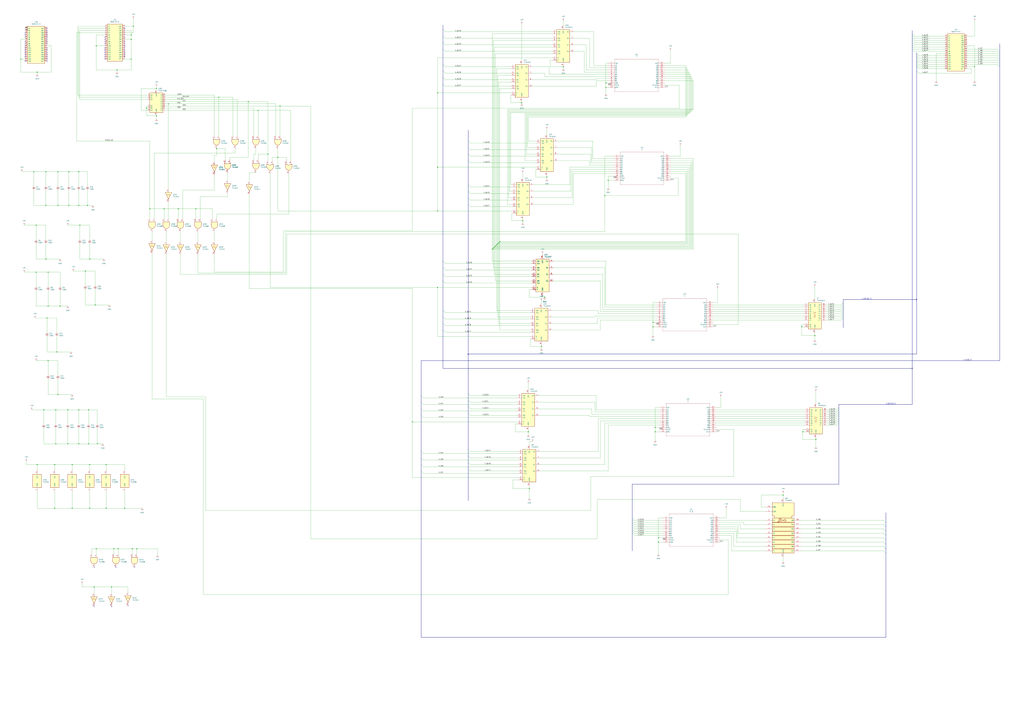
<source format=kicad_sch>
(kicad_sch (version 20231120) (generator "eeschema") (generator_version "8.0")
  (paper "A0")
  (junction (at 39.37 199.39))
  (junction (at 508 194.31))
  (junction (at 83.82 590.55))
  (junction (at 55.88 355.6))
  (junction (at 78.74 515.62))
  (junction (at 207.01 242.57))
  (junction (at 760.73 496.57))
  (junction (at 508 107.95))
  (junction (at 946.15 389.89))
  (junction (at 932.18 501.65))
  (junction (at 53.34 238.76))
  (junction (at 67.31 458.47))
  (junction (at 299.72 128.27))
  (junction (at 575.31 285.75))
  (junction (at 83.82 539.75))
  (junction (at 24.13 68.58))
  (junction (at 101.6 238.76))
  (junction (at 577.85 283.21))
  (junction (at 53.34 300.99))
  (junction (at 574.04 287.02))
  (junction (at 703.58 101.6))
  (junction (at 91.44 515.62))
  (junction (at 104.14 300.99))
  (junction (at 63.5 590.55))
  (junction (at 78.74 476.25))
  (junction (at 654.05 77.47))
  (junction (at 702.31 227.33))
  (junction (at 111.76 53.34))
  (junction (at 66.04 408.94))
  (junction (at 69.85 355.6))
  (junction (at 152.4 40.64))
  (junction (at 91.44 238.76))
  (junction (at 576.58 284.48))
  (junction (at 99.06 314.96))
  (junction (at 254 113.03))
  (junction (at 607.06 256.54))
  (junction (at 572.77 288.29))
  (junction (at 758.19 374.65))
  (junction (at 104.14 539.75))
  (junction (at 195.58 120.65))
  (junction (at 614.68 567.69))
  (junction (at 605.79 119.38))
  (junction (at 63.5 539.75))
  (junction (at 1059.18 427.99))
  (junction (at 104.14 590.55))
  (junction (at 1064.26 347.98))
  (junction (at 64.77 476.25))
  (junction (at 909.32 575.31))
  (junction (at 760.73 501.65))
  (junction (at 41.91 261.62))
  (junction (at 580.39 280.67))
  (junction (at 158.75 637.54))
  (junction (at 170.18 125.73))
  (junction (at 571.5 289.56))
  (junction (at 54.61 369.57))
  (junction (at 325.12 123.19))
  (junction (at 181.61 102.87))
  (junction (at 153.67 637.54))
  (junction (at 123.19 590.55))
  (junction (at 137.16 637.54))
  (junction (at 53.34 199.39))
  (junction (at 111.76 637.54))
  (junction (at 135.89 81.28))
  (junction (at 43.18 83.82))
  (junction (at 152.4 45.72))
  (junction (at 579.12 281.94))
  (junction (at 92.71 261.62))
  (junction (at 43.18 539.75))
  (junction (at 123.19 539.75))
  (junction (at 1131.57 77.47))
  (junction (at 55.88 419.1))
  (junction (at 91.44 199.39))
  (junction (at 508 245.11))
  (junction (at 190.5 242.57))
  (junction (at 632.46 345.44))
  (junction (at 67.31 238.76))
  (junction (at 91.44 476.25))
  (junction (at 322.58 182.88))
  (junction (at 113.03 515.62))
  (junction (at 41.91 316.23))
  (junction (at 144.78 590.55))
  (junction (at 80.01 238.76))
  (junction (at 478.79 490.22))
  (junction (at 152.4 68.58))
  (junction (at 173.99 242.57))
  (junction (at 508 334.01))
  (junction (at 251.46 172.72))
  (junction (at 703.58 96.52))
  (junction (at 181.61 134.62))
  (junction (at 80.01 199.39))
  (junction (at 764.54 624.84))
  (junction (at 129.54 681.99))
  (junction (at 947.42 510.54))
  (junction (at 154.94 30.48))
  (junction (at 758.19 379.73))
  (junction (at 132.08 637.54))
  (junction (at 102.87 515.62))
  (junction (at 764.54 629.92))
  (junction (at 628.65 402.59))
  (junction (at 635 205.74))
  (junction (at 64.77 515.62))
  (junction (at 102.87 476.25))
  (junction (at 55.88 316.23))
  (junction (at 288.29 118.11))
  (junction (at 50.8 476.25))
  (junction (at 706.12 209.55))
  (junction (at 109.22 681.99))
  (junction (at 543.56 411.48))
  (junction (at 227.33 242.57))
  (junction (at 613.41 501.65))
  (junction (at 67.31 199.39))
  (junction (at 930.91 379.73))
  (junction (at 110.49 354.33))
  (junction (at 311.15 179.07))
  (no_connect (at 134.62 659.13))
  (no_connect (at 54.61 55.88))
  (no_connect (at 144.78 43.18))
  (no_connect (at 148.59 703.58))
  (no_connect (at 121.92 60.96))
  (no_connect (at 144.78 58.42))
  (no_connect (at 121.92 43.18))
  (no_connect (at 144.78 63.5))
  (no_connect (at 29.21 66.04))
  (no_connect (at 54.61 33.02))
  (no_connect (at 54.61 63.5))
  (no_connect (at 121.92 55.88))
  (no_connect (at 144.78 53.34))
  (no_connect (at 29.21 60.96))
  (no_connect (at 54.61 40.64))
  (no_connect (at 144.78 33.02))
  (no_connect (at 29.21 40.64))
  (no_connect (at 121.92 68.58))
  (no_connect (at 54.61 71.12))
  (no_connect (at 29.21 58.42))
  (no_connect (at 54.61 60.96))
  (no_connect (at 54.61 43.18))
  (no_connect (at 144.78 60.96))
  (no_connect (at 29.21 48.26))
  (no_connect (at 156.21 659.13))
  (no_connect (at 54.61 48.26))
  (no_connect (at 54.61 68.58))
  (no_connect (at 29.21 43.18))
  (no_connect (at 29.21 53.34))
  (no_connect (at 109.22 659.13))
  (no_connect (at 121.92 66.04))
  (no_connect (at 54.61 58.42))
  (no_connect (at 54.61 50.8))
  (no_connect (at 121.92 45.72))
  (no_connect (at 121.92 50.8))
  (no_connect (at 29.21 50.8))
  (no_connect (at 121.92 63.5))
  (no_connect (at 29.21 55.88))
  (no_connect (at 54.61 66.04))
  (no_connect (at 109.22 704.85))
  (no_connect (at 29.21 38.1))
  (no_connect (at 144.78 50.8))
  (no_connect (at 144.78 48.26))
  (no_connect (at 121.92 58.42))
  (no_connect (at 29.21 71.12))
  (no_connect (at 121.92 48.26))
  (no_connect (at 129.54 704.85))
  (no_connect (at 54.61 45.72))
  (no_connect (at 54.61 35.56))
  (no_connect (at 29.21 63.5))
  (no_connect (at 144.78 55.88))
  (no_connect (at 144.78 66.04))
  (no_connect (at 54.61 38.1))
  (bus_entry (at 543.56 521.97) (size 2.54 2.54))
  (bus_entry (at 1064.26 77.47) (size 2.54 2.54))
  (bus_entry (at 1026.16 640.08) (size 2.54 2.54))
  (bus_entry (at 1059.18 41.91) (size 2.54 2.54))
  (bus_entry (at 1026.16 624.84) (size 2.54 2.54))
  (bus_entry (at 734.06 614.68) (size 2.54 2.54))
  (bus_entry (at 1059.18 44.45) (size 2.54 2.54))
  (bus_entry (at 1026.16 629.92) (size 2.54 2.54))
  (bus_entry (at 514.35 383.54) (size 2.54 2.54))
  (bus_entry (at 1158.24 59.69) (size 2.54 2.54))
  (bus_entry (at 1158.24 62.23) (size 2.54 2.54))
  (bus_entry (at 1158.24 64.77) (size 2.54 2.54))
  (bus_entry (at 488.95 474.98) (size 2.54 2.54))
  (bus_entry (at 514.35 375.92) (size 2.54 2.54))
  (bus_entry (at 971.55 488.95) (size 2.54 -2.54))
  (bus_entry (at 543.56 472.44) (size 2.54 2.54))
  (bus_entry (at 514.35 57.15) (size 2.54 2.54))
  (bus_entry (at 976.63 356.87) (size 2.54 -2.54))
  (bus_entry (at 543.56 222.25) (size 2.54 2.54))
  (bus_entry (at 488.95 482.6) (size 2.54 2.54))
  (bus_entry (at 543.56 229.87) (size 2.54 2.54))
  (bus_entry (at 1026.16 635) (size 2.54 2.54))
  (bus_entry (at 514.35 360.68) (size 2.54 2.54))
  (bus_entry (at 976.63 361.95) (size 2.54 -2.54))
  (bus_entry (at 1064.26 72.39) (size 2.54 2.54))
  (bus_entry (at 543.56 457.2) (size 2.54 2.54))
  (bus_entry (at 1158.24 69.85) (size 2.54 2.54))
  (bus_entry (at 734.06 607.06) (size 2.54 2.54))
  (bus_entry (at 514.35 49.53) (size 2.54 2.54))
  (bus_entry (at 1064.26 62.23) (size 2.54 2.54))
  (bus_entry (at 1026.16 614.68) (size 2.54 2.54))
  (bus_entry (at 976.63 372.11) (size 2.54 -2.54))
  (bus_entry (at 1064.26 67.31) (size 2.54 2.54))
  (bus_entry (at 734.06 612.14) (size 2.54 2.54))
  (bus_entry (at 976.63 359.41) (size 2.54 -2.54))
  (bus_entry (at 1158.24 74.93) (size 2.54 2.54))
  (bus_entry (at 1059.18 46.99) (size 2.54 2.54))
  (bus_entry (at 514.35 90.17) (size 2.54 2.54))
  (bus_entry (at 1158.24 67.31) (size 2.54 2.54))
  (bus_entry (at 971.55 478.79) (size 2.54 -2.54))
  (bus_entry (at 514.35 326.39) (size 2.54 2.54))
  (bus_entry (at 1026.16 619.76) (size 2.54 2.54))
  (bus_entry (at 971.55 481.33) (size 2.54 -2.54))
  (bus_entry (at 1059.18 52.07) (size 2.54 2.54))
  (bus_entry (at 971.55 491.49) (size 2.54 -2.54))
  (bus_entry (at 514.35 368.3) (size 2.54 2.54))
  (bus_entry (at 514.35 97.79) (size 2.54 2.54))
  (bus_entry (at 734.06 601.98) (size 2.54 2.54))
  (bus_entry (at 734.06 617.22) (size 2.54 2.54))
  (bus_entry (at 734.06 609.6) (size 2.54 2.54))
  (bus_entry (at 543.56 214.63) (size 2.54 2.54))
  (bus_entry (at 976.63 369.57) (size 2.54 -2.54))
  (bus_entry (at 971.55 486.41) (size 2.54 -2.54))
  (bus_entry (at 1059.18 49.53) (size 2.54 2.54))
  (bus_entry (at 976.63 367.03) (size 2.54 -2.54))
  (bus_entry (at 514.35 74.93) (size 2.54 2.54))
  (bus_entry (at 488.95 539.75) (size 2.54 2.54))
  (bus_entry (at 976.63 354.33) (size 2.54 -2.54))
  (bus_entry (at 1064.26 64.77) (size 2.54 2.54))
  (bus_entry (at 1064.26 82.55) (size 2.54 2.54))
  (bus_entry (at 543.56 529.59) (size 2.54 2.54))
  (bus_entry (at 1026.16 609.6) (size 2.54 2.54))
  (bus_entry (at 543.56 544.83) (size 2.54 2.54))
  (bus_entry (at 971.55 494.03) (size 2.54 -2.54))
  (bus_entry (at 734.06 619.76) (size 2.54 2.54))
  (bus_entry (at 976.63 364.49) (size 2.54 -2.54))
  (bus_entry (at 488.95 547.37) (size 2.54 2.54))
  (bus_entry (at 543.56 464.82) (size 2.54 2.54))
  (bus_entry (at 514.35 303.53) (size 2.54 2.54))
  (bus_entry (at 488.95 524.51) (size 2.54 2.54))
  (bus_entry (at 1064.26 69.85) (size 2.54 2.54))
  (bus_entry (at 971.55 476.25) (size 2.54 -2.54))
  (bus_entry (at 1064.26 74.93) (size 2.54 2.54))
  (bus_entry (at 971.55 483.87) (size 2.54 -2.54))
  (bus_entry (at 1026.16 604.52) (size 2.54 2.54))
  (bus_entry (at 1059.18 39.37) (size 2.54 2.54))
  (bus_entry (at 514.35 82.55) (size 2.54 2.54))
  (bus_entry (at 1158.24 72.39) (size 2.54 2.54))
  (bus_entry (at 514.35 318.77) (size 2.54 2.54))
  (bus_entry (at 1158.24 57.15) (size 2.54 2.54))
  (bus_entry (at 543.56 537.21) (size 2.54 2.54))
  (bus_entry (at 488.95 532.13) (size 2.54 2.54))
  (bus_entry (at 1059.18 57.15) (size 2.54 2.54))
  (bus_entry (at 514.35 34.29) (size 2.54 2.54))
  (bus_entry (at 1059.18 54.61) (size 2.54 2.54))
  (bus_entry (at 543.56 171.45) (size 2.54 2.54))
  (bus_entry (at 514.35 41.91) (size 2.54 2.54))
  (bus_entry (at 488.95 459.74) (size 2.54 2.54))
  (bus_entry (at 488.95 467.36) (size 2.54 2.54))
  (bus_entry (at 543.56 163.83) (size 2.54 2.54))
  (bus_entry (at 543.56 480.06) (size 2.54 2.54))
  (bus_entry (at 543.56 179.07) (size 2.54 2.54))
  (bus_entry (at 514.35 311.15) (size 2.54 2.54))
  (bus_entry (at 543.56 186.69) (size 2.54 2.54))
  (bus_entry (at 734.06 604.52) (size 2.54 2.54))
  (bus_entry (at 543.56 237.49) (size 2.54 2.54))
  (wire (pts (xy 238.76 593.09) (xy 238.76 461.01)))
  (wire (pts (xy 618.49 100.33) (xy 692.15 100.33)))
  (wire (pts (xy 618.49 513.08) (xy 614.68 513.08)))
  (wire (pts (xy 123.19 590.55) (xy 144.78 590.55)))
  (wire (pts (xy 64.77 476.25) (xy 78.74 476.25)))
  (bus (pts (xy 974.09 483.87) (xy 974.09 486.41)))
  (wire (pts (xy 39.37 199.39) (xy 39.37 215.9)))
  (bus (pts (xy 1160.78 50.8) (xy 1160.78 59.69)))
  (wire (pts (xy 769.62 629.92) (xy 764.54 629.92)))
  (wire (pts (xy 55.88 355.6) (xy 69.85 355.6)))
  (wire (pts (xy 736.6 614.68) (xy 769.62 614.68)))
  (wire (pts (xy 25.4 199.39) (xy 39.37 199.39)))
  (wire (pts (xy 229.87 317.5) (xy 331.47 317.5)))
  (wire (pts (xy 580.39 383.54) (xy 580.39 280.67)))
  (bus (pts (xy 488.95 467.36) (xy 488.95 474.98)))
  (bus (pts (xy 1059.18 49.53) (xy 1059.18 52.07)))
  (bus (pts (xy 979.17 367.03) (xy 979.17 369.57)))
  (wire (pts (xy 59.69 53.34) (xy 59.69 83.82)))
  (wire (pts (xy 929.64 619.76) (xy 1026.16 619.76)))
  (wire (pts (xy 316.23 182.88) (xy 322.58 182.88)))
  (wire (pts (xy 144.78 590.55) (xy 165.1 590.55)))
  (wire (pts (xy 85.09 314.96) (xy 99.06 314.96)))
  (wire (pts (xy 805.18 289.56) (xy 571.5 289.56)))
  (wire (pts (xy 152.4 68.58) (xy 152.4 81.28)))
  (wire (pts (xy 933.45 377.19) (xy 930.91 377.19)))
  (wire (pts (xy 64.77 497.84) (xy 64.77 515.62)))
  (wire (pts (xy 593.09 214.63) (xy 594.36 214.63)))
  (wire (pts (xy 958.85 359.41) (xy 976.63 359.41)))
  (wire (pts (xy 121.92 40.64) (xy 111.76 40.64)))
  (bus (pts (xy 1160.78 67.31) (xy 1160.78 69.85)))
  (wire (pts (xy 801.37 285.75) (xy 575.31 285.75)))
  (wire (pts (xy 1122.68 74.93) (xy 1158.24 74.93)))
  (wire (pts (xy 248.92 269.24) (xy 248.92 280.67)))
  (wire (pts (xy 288.29 118.11) (xy 288.29 182.88)))
  (wire (pts (xy 66.04 408.94) (xy 82.55 408.94)))
  (wire (pts (xy 158.75 637.54) (xy 153.67 637.54)))
  (wire (pts (xy 516.89 386.08) (xy 615.95 386.08)))
  (wire (pts (xy 932.18 501.65) (xy 932.18 510.54)))
  (wire (pts (xy 1123.95 54.61) (xy 1123.95 53.34)))
  (wire (pts (xy 144.78 68.58) (xy 152.4 68.58)))
  (wire (pts (xy 1127.76 80.01) (xy 1122.68 80.01)))
  (wire (pts (xy 1122.68 77.47) (xy 1131.57 77.47)))
  (wire (pts (xy 1066.8 64.77) (xy 1097.28 64.77)))
  (wire (pts (xy 575.31 326.39) (xy 617.22 326.39)))
  (wire (pts (xy 491.49 477.52) (xy 600.71 477.52)))
  (bus (pts (xy 488.95 482.6) (xy 488.95 524.51)))
  (wire (pts (xy 508 334.01) (xy 617.22 334.01)))
  (wire (pts (xy 153.67 637.54) (xy 153.67 643.89)))
  (wire (pts (xy 95.25 681.99) (xy 109.22 681.99)))
  (wire (pts (xy 148.59 681.99) (xy 148.59 688.34)))
  (wire (pts (xy 572.77 288.29) (xy 572.77 46.99)))
  (wire (pts (xy 67.31 199.39) (xy 67.31 215.9)))
  (wire (pts (xy 580.39 102.87) (xy 593.09 102.87)))
  (wire (pts (xy 690.88 478.79) (xy 765.81 478.79)))
  (wire (pts (xy 299.72 128.27) (xy 299.72 157.48)))
  (wire (pts (xy 43.18 83.82) (xy 43.18 86.36)))
  (wire (pts (xy 760.73 496.57) (xy 765.81 496.57)))
  (wire (pts (xy 1127.76 85.09) (xy 1127.76 80.01)))
  (wire (pts (xy 181.61 100.33) (xy 181.61 102.87)))
  (wire (pts (xy 614.68 567.69) (xy 614.68 579.12)))
  (bus (pts (xy 488.95 459.74) (xy 488.95 467.36)))
  (wire (pts (xy 736.6 609.6) (xy 769.62 609.6)))
  (wire (pts (xy 638.81 69.85) (xy 638.81 77.47)))
  (wire (pts (xy 571.5 289.56) (xy 571.5 303.53)))
  (wire (pts (xy 179.07 254) (xy 179.07 177.8)))
  (wire (pts (xy 614.68 513.08) (xy 614.68 516.89)))
  (wire (pts (xy 92.71 261.62) (xy 92.71 278.13)))
  (wire (pts (xy 654.05 77.47) (xy 654.05 80.01)))
  (wire (pts (xy 191.77 115.57) (xy 275.59 115.57)))
  (wire (pts (xy 67.31 220.98) (xy 67.31 238.76)))
  (wire (pts (xy 589.28 237.49) (xy 589.28 127)))
  (wire (pts (xy 637.54 77.47) (xy 637.54 86.36)))
  (wire (pts (xy 697.23 488.95) (xy 697.23 532.13)))
  (wire (pts (xy 958.85 369.57) (xy 976.63 369.57)))
  (wire (pts (xy 91.44 220.98) (xy 91.44 238.76)))
  (bus (pts (xy 543.56 179.07) (xy 543.56 171.45)))
  (wire (pts (xy 508 391.16) (xy 615.95 391.16)))
  (wire (pts (xy 628.65 401.32) (xy 628.65 402.59)))
  (wire (pts (xy 577.85 368.3) (xy 615.95 368.3)))
  (bus (pts (xy 1059.18 52.07) (xy 1059.18 54.61)))
  (wire (pts (xy 805.18 93.98) (xy 805.18 127)))
  (wire (pts (xy 508 107.95) (xy 593.09 107.95)))
  (wire (pts (xy 508 194.31) (xy 508 245.11)))
  (bus (pts (xy 1160.78 59.69) (xy 1160.78 62.23)))
  (bus (pts (xy 1028.7 642.62) (xy 1028.7 740.41)))
  (wire (pts (xy 661.67 214.63) (xy 619.76 214.63)))
  (wire (pts (xy 101.6 238.76) (xy 107.95 238.76)))
  (wire (pts (xy 800.1 284.48) (xy 576.58 284.48)))
  (wire (pts (xy 53.34 199.39) (xy 53.34 215.9)))
  (bus (pts (xy 1028.7 637.54) (xy 1028.7 642.62)))
  (wire (pts (xy 491.49 542.29) (xy 601.98 542.29)))
  (bus (pts (xy 1064.26 72.39) (xy 1064.26 74.93)))
  (wire (pts (xy 516.89 36.83) (xy 641.35 36.83)))
  (wire (pts (xy 859.79 594.36) (xy 859.79 580.39)))
  (wire (pts (xy 69.85 355.6) (xy 78.74 355.6)))
  (wire (pts (xy 176.53 463.55) (xy 176.53 294.64)))
  (bus (pts (xy 979.17 359.41) (xy 979.17 361.95)))
  (wire (pts (xy 67.31 238.76) (xy 80.01 238.76)))
  (wire (pts (xy 758.19 379.73) (xy 758.19 389.89)))
  (wire (pts (xy 805.18 184.15) (xy 805.18 289.56)))
  (wire (pts (xy 706.12 83.82) (xy 678.18 83.82)))
  (wire (pts (xy 694.69 524.51) (xy 694.69 486.41)))
  (wire (pts (xy 54.61 408.94) (xy 66.04 408.94)))
  (wire (pts (xy 610.87 179.07) (xy 610.87 133.35)))
  (wire (pts (xy 67.31 440.69) (xy 67.31 458.47)))
  (wire (pts (xy 765.81 494.03) (xy 706.12 494.03)))
  (wire (pts (xy 360.68 123.19) (xy 325.12 123.19)))
  (wire (pts (xy 78.74 261.62) (xy 92.71 261.62)))
  (bus (pts (xy 514.35 41.91) (xy 514.35 49.53)))
  (wire (pts (xy 69.85 316.23) (xy 69.85 332.74)))
  (wire (pts (xy 491.49 462.28) (xy 600.71 462.28)))
  (wire (pts (xy 491.49 485.14) (xy 600.71 485.14)))
  (wire (pts (xy 699.77 359.41) (xy 699.77 318.77)))
  (wire (pts (xy 579.12 95.25) (xy 593.09 95.25)))
  (wire (pts (xy 238.76 461.01) (xy 193.04 461.01)))
  (wire (pts (xy 29.21 68.58) (xy 24.13 68.58)))
  (wire (pts (xy 572.77 288.29) (xy 572.77 311.15)))
  (wire (pts (xy 63.5 590.55) (xy 83.82 590.55)))
  (wire (pts (xy 299.72 179.07) (xy 311.15 179.07)))
  (wire (pts (xy 102.87 476.25) (xy 102.87 492.76)))
  (wire (pts (xy 889 619.76) (xy 857.25 619.76)))
  (wire (pts (xy 30.48 539.75) (xy 30.48 535.94)))
  (wire (pts (xy 706.12 76.2) (xy 689.61 76.2)))
  (wire (pts (xy 320.04 120.65) (xy 320.04 157.48)))
  (wire (pts (xy 53.34 220.98) (xy 53.34 238.76)))
  (wire (pts (xy 831.85 486.41) (xy 934.72 486.41)))
  (bus (pts (xy 974.09 562.61) (xy 734.06 562.61)))
  (wire (pts (xy 152.4 45.72) (xy 152.4 68.58)))
  (wire (pts (xy 641.35 383.54) (xy 697.23 383.54)))
  (wire (pts (xy 137.16 643.89) (xy 137.16 637.54)))
  (wire (pts (xy 111.76 643.89) (xy 111.76 637.54)))
  (wire (pts (xy 50.8 515.62) (xy 64.77 515.62)))
  (wire (pts (xy 546.1 539.75) (xy 601.98 539.75)))
  (wire (pts (xy 246.38 242.57) (xy 227.33 242.57)))
  (wire (pts (xy 110.49 336.55) (xy 110.49 354.33)))
  (wire (pts (xy 29.21 45.72) (xy 24.13 45.72)))
  (bus (pts (xy 1028.7 627.38) (xy 1028.7 632.46)))
  (wire (pts (xy 101.6 199.39) (xy 91.44 199.39)))
  (wire (pts (xy 712.47 199.39) (xy 664.21 199.39)))
  (wire (pts (xy 789.94 181.61) (xy 789.94 168.91)))
  (wire (pts (xy 546.1 240.03) (xy 594.36 240.03)))
  (wire (pts (xy 637.54 86.36) (xy 706.12 86.36)))
  (wire (pts (xy 313.69 201.93) (xy 313.69 334.01)))
  (wire (pts (xy 571.5 39.37) (xy 641.35 39.37)))
  (wire (pts (xy 106.68 643.89) (xy 106.68 637.54)))
  (wire (pts (xy 934.72 499.11) (xy 932.18 499.11)))
  (wire (pts (xy 316.23 186.69) (xy 316.23 182.88)))
  (wire (pts (xy 1122.68 67.31) (xy 1158.24 67.31)))
  (wire (pts (xy 796.29 76.2) (xy 796.29 135.89)))
  (wire (pts (xy 132.08 643.89) (xy 132.08 637.54)))
  (wire (pts (xy 687.07 171.45) (xy 687.07 186.69)))
  (wire (pts (xy 929.64 635) (xy 1026.16 635)))
  (wire (pts (xy 328.93 316.23) (xy 248.92 316.23)))
  (wire (pts (xy 736.6 604.52) (xy 769.62 604.52)))
  (wire (pts (xy 152.4 35.56) (xy 152.4 40.64)))
  (bus (pts (xy 543.56 544.83) (xy 543.56 581.66)))
  (wire (pts (xy 833.12 351.79) (xy 833.12 335.28)))
  (wire (pts (xy 703.58 101.6) (xy 703.58 109.22)))
  (wire (pts (xy 765.81 491.49) (xy 702.31 491.49)))
  (wire (pts (xy 772.16 91.44) (xy 803.91 91.44)))
  (wire (pts (xy 251.46 248.92) (xy 251.46 254)))
  (wire (pts (xy 83.82 546.1) (xy 83.82 539.75)))
  (wire (pts (xy 91.44 515.62) (xy 102.87 515.62)))
  (wire (pts (xy 158.75 637.54) (xy 158.75 643.89)))
  (bus (pts (xy 1064.26 67.31) (xy 1064.26 69.85)))
  (wire (pts (xy 227.33 254) (xy 227.33 242.57)))
  (wire (pts (xy 129.54 681.99) (xy 129.54 689.61)))
  (wire (pts (xy 55.88 419.1) (xy 67.31 419.1)))
  (wire (pts (xy 772.16 99.06) (xy 788.67 99.06)))
  (wire (pts (xy 80.01 199.39) (xy 80.01 215.9)))
  (wire (pts (xy 605.79 69.85) (xy 605.79 27.94)))
  (wire (pts (xy 163.83 102.87) (xy 181.61 102.87)))
  (wire (pts (xy 958.85 354.33) (xy 976.63 354.33)))
  (wire (pts (xy 802.64 129.54) (xy 802.64 88.9)))
  (bus (pts (xy 514.35 34.29) (xy 514.35 41.91)))
  (wire (pts (xy 99.06 354.33) (xy 110.49 354.33)))
  (wire (pts (xy 92.71 300.99) (xy 92.71 283.21)))
  (wire (pts (xy 90.17 30.48) (xy 90.17 110.49)))
  (wire (pts (xy 104.14 261.62) (xy 104.14 278.13)))
  (wire (pts (xy 635 204.47) (xy 635 205.74)))
  (wire (pts (xy 702.31 356.87) (xy 762 356.87)))
  (wire (pts (xy 491.49 534.67) (xy 601.98 534.67)))
  (bus (pts (xy 1028.7 607.06) (xy 1028.7 612.14)))
  (wire (pts (xy 90.17 110.49) (xy 171.45 110.49)))
  (wire (pts (xy 546.1 524.51) (xy 601.98 524.51)))
  (wire (pts (xy 930.91 389.89) (xy 946.15 389.89)))
  (wire (pts (xy 110.49 314.96) (xy 110.49 331.47)))
  (wire (pts (xy 802.64 287.02) (xy 574.04 287.02)))
  (wire (pts (xy 760.73 501.65) (xy 760.73 496.57)))
  (wire (pts (xy 182.88 637.54) (xy 158.75 637.54)))
  (bus (pts (xy 1160.78 69.85) (xy 1160.78 72.39)))
  (wire (pts (xy 102.87 515.62) (xy 113.03 515.62)))
  (wire (pts (xy 593.09 110.49) (xy 593.09 119.38)))
  (bus (pts (xy 514.35 57.15) (xy 514.35 74.93)))
  (wire (pts (xy 191.77 110.49) (xy 248.92 110.49)))
  (wire (pts (xy 179.07 177.8) (xy 273.05 177.8)))
  (wire (pts (xy 929.64 629.92) (xy 1026.16 629.92)))
  (wire (pts (xy 229.87 295.91) (xy 229.87 317.5)))
  (wire (pts (xy 662.94 222.25) (xy 619.76 222.25)))
  (wire (pts (xy 946.15 332.74) (xy 946.15 346.71)))
  (wire (pts (xy 762 351.79) (xy 758.19 351.79)))
  (wire (pts (xy 946.15 389.89) (xy 946.15 394.97)))
  (wire (pts (xy 53.34 300.99) (xy 69.85 300.99)))
  (wire (pts (xy 622.3 186.69) (xy 609.6 186.69)))
  (wire (pts (xy 680.72 81.28) (xy 706.12 81.28)))
  (wire (pts (xy 702.31 181.61) (xy 702.31 227.33)))
  (wire (pts (xy 176.53 269.24) (xy 176.53 279.4)))
  (wire (pts (xy 702.31 181.61) (xy 712.47 181.61)))
  (wire (pts (xy 92.71 115.57) (xy 171.45 115.57)))
  (wire (pts (xy 828.04 356.87) (xy 933.45 356.87)))
  (wire (pts (xy 591.82 129.54) (xy 802.64 129.54)))
  (wire (pts (xy 863.6 607.06) (xy 835.66 607.06)))
  (wire (pts (xy 288.29 118.11) (xy 311.15 118.11)))
  (bus (pts (xy 979.17 356.87) (xy 979.17 359.41)))
  (wire (pts (xy 772.16 83.82) (xy 800.1 83.82)))
  (wire (pts (xy 36.83 476.25) (xy 50.8 476.25)))
  (wire (pts (xy 622.3 194.31) (xy 508 194.31)))
  (wire (pts (xy 909.32 575.31) (xy 909.32 579.12)))
  (wire (pts (xy 275.59 115.57) (xy 275.59 157.48)))
  (wire (pts (xy 626.11 467.36) (xy 690.88 467.36)))
  (wire (pts (xy 772.16 81.28) (xy 798.83 81.28)))
  (bus (pts (xy 1160.78 77.47) (xy 1160.78 419.1)))
  (wire (pts (xy 591.82 222.25) (xy 591.82 129.54)))
  (bus (pts (xy 974.09 478.79) (xy 974.09 481.33)))
  (bus (pts (xy 1059.18 427.99) (xy 1059.18 469.9)))
  (wire (pts (xy 666.75 52.07) (xy 680.72 52.07)))
  (wire (pts (xy 516.89 378.46) (xy 615.95 378.46)))
  (wire (pts (xy 736.6 622.3) (xy 769.62 622.3)))
  (wire (pts (xy 688.34 184.15) (xy 688.34 163.83)))
  (bus (pts (xy 543.56 464.82) (xy 543.56 472.44)))
  (wire (pts (xy 831.85 483.87) (xy 934.72 483.87)))
  (wire (pts (xy 654.05 24.13) (xy 654.05 29.21)))
  (wire (pts (xy 697.23 361.95) (xy 762 361.95)))
  (wire (pts (xy 63.5 546.1) (xy 63.5 539.75)))
  (wire (pts (xy 576.58 80.01) (xy 593.09 80.01)))
  (bus (pts (xy 1064.26 77.47) (xy 1064.26 82.55)))
  (bus (pts (xy 514.35 29.21) (xy 514.35 34.29)))
  (wire (pts (xy 803.91 288.29) (xy 572.77 288.29)))
  (wire (pts (xy 678.18 59.69) (xy 666.75 59.69)))
  (wire (pts (xy 929.64 614.68) (xy 1026.16 614.68)))
  (wire (pts (xy 835.66 609.6) (xy 859.79 609.6)))
  (wire (pts (xy 195.58 120.65) (xy 195.58 219.71)))
  (bus (pts (xy 543.56 457.2) (xy 543.56 464.82)))
  (bus (pts (xy 543.56 186.69) (xy 543.56 179.07)))
  (wire (pts (xy 828.04 364.49) (xy 933.45 364.49)))
  (bus (pts (xy 543.56 237.49) (xy 543.56 229.87)))
  (wire (pts (xy 909.32 647.7) (xy 909.32 652.78)))
  (wire (pts (xy 1123.95 53.34) (xy 1131.57 53.34)))
  (wire (pts (xy 627.38 524.51) (xy 694.69 524.51)))
  (wire (pts (xy 270.51 113.03) (xy 270.51 157.48)))
  (wire (pts (xy 778.51 207.01) (xy 787.4 207.01)))
  (wire (pts (xy 831.85 473.71) (xy 836.93 473.71)))
  (wire (pts (xy 699.77 318.77) (xy 642.62 318.77)))
  (wire (pts (xy 50.8 476.25) (xy 64.77 476.25)))
  (wire (pts (xy 855.98 624.84) (xy 889 624.84)))
  (wire (pts (xy 1061.72 44.45) (xy 1097.28 44.45)))
  (wire (pts (xy 311.15 118.11) (xy 311.15 179.07)))
  (bus (pts (xy 974.09 469.9) (xy 1059.18 469.9)))
  (wire (pts (xy 251.46 172.72) (xy 261.62 172.72)))
  (wire (pts (xy 1131.57 41.91) (xy 1131.57 24.13)))
  (wire (pts (xy 111.76 53.34) (xy 111.76 81.28)))
  (wire (pts (xy 1061.72 49.53) (xy 1097.28 49.53)))
  (wire (pts (xy 113.03 515.62) (xy 119.38 515.62)))
  (wire (pts (xy 41.91 316.23) (xy 55.88 316.23)))
  (wire (pts (xy 764.54 601.98) (xy 764.54 624.84)))
  (wire (pts (xy 264.16 224.79) (xy 264.16 228.6)))
  (wire (pts (xy 607.06 256.54) (xy 607.06 259.08)))
  (bus (pts (xy 543.56 214.63) (xy 543.56 186.69)))
  (wire (pts (xy 91.44 238.76) (xy 101.6 238.76)))
  (wire (pts (xy 828.04 354.33) (xy 933.45 354.33)))
  (bus (pts (xy 488.95 524.51) (xy 488.95 532.13)))
  (wire (pts (xy 111.76 81.28) (xy 135.89 81.28)))
  (wire (pts (xy 693.42 626.11) (xy 360.68 626.11)))
  (wire (pts (xy 762 354.33) (xy 703.58 354.33)))
  (wire (pts (xy 1061.72 46.99) (xy 1097.28 46.99)))
  (wire (pts (xy 27.94 316.23) (xy 41.91 316.23)))
  (wire (pts (xy 678.18 83.82) (xy 678.18 59.69)))
  (wire (pts (xy 261.62 172.72) (xy 261.62 185.42)))
  (wire (pts (xy 831.85 499.11) (xy 852.17 499.11)))
  (bus (pts (xy 974.09 469.9) (xy 974.09 473.71)))
  (wire (pts (xy 41.91 316.23) (xy 41.91 332.74)))
  (wire (pts (xy 182.88 645.16) (xy 182.88 637.54)))
  (wire (pts (xy 684.53 78.74) (xy 684.53 44.45)))
  (bus (pts (xy 974.09 488.95) (xy 974.09 491.49)))
  (bus (pts (xy 514.35 97.79) (xy 514.35 303.53)))
  (wire (pts (xy 909.32 572.77) (xy 909.32 575.31)))
  (bus (pts (xy 514.35 311.15) (xy 514.35 318.77)))
  (wire (pts (xy 706.12 101.6) (xy 703.58 101.6)))
  (wire (pts (xy 665.48 237.49) (xy 619.76 237.49)))
  (wire (pts (xy 684.53 44.45) (xy 666.75 44.45)))
  (wire (pts (xy 54.61 369.57) (xy 66.04 369.57)))
  (wire (pts (xy 798.83 283.21) (xy 577.85 283.21)))
  (bus (pts (xy 543.56 472.44) (xy 543.56 480.06)))
  (wire (pts (xy 706.12 209.55) (xy 706.12 218.44)))
  (wire (pts (xy 702.31 227.33) (xy 702.31 269.24)))
  (bus (pts (xy 543.56 411.48) (xy 543.56 237.49)))
  (wire (pts (xy 144.78 38.1) (xy 154.94 38.1)))
  (wire (pts (xy 712.47 189.23) (xy 685.8 189.23)))
  (wire (pts (xy 595.63 567.69) (xy 614.68 567.69)))
  (wire (pts (xy 478.79 490.22) (xy 478.79 554.99)))
  (wire (pts (xy 831.85 478.79) (xy 934.72 478.79)))
  (wire (pts (xy 930.91 379.73) (xy 930.91 389.89)))
  (wire (pts (xy 689.61 76.2) (xy 689.61 36.83)))
  (wire (pts (xy 692.15 476.25) (xy 692.15 459.74)))
  (wire (pts (xy 43.18 539.75) (xy 30.48 539.75)))
  (wire (pts (xy 664.21 229.87) (xy 619.76 229.87)))
  (wire (pts (xy 593.09 87.63) (xy 577.85 87.63)))
  (wire (pts (xy 248.92 220.98) (xy 248.92 203.2)))
  (wire (pts (xy 641.35 69.85) (xy 638.81 69.85)))
  (wire (pts (xy 297.18 179.07) (xy 294.64 179.07)))
  (wire (pts (xy 299.72 185.42) (xy 299.72 179.07)))
  (wire (pts (xy 628.65 349.25) (xy 628.65 353.06)))
  (wire (pts (xy 632.46 85.09) (xy 618.49 85.09)))
  (wire (pts (xy 835.66 627.38) (xy 845.82 627.38)))
  (wire (pts (xy 632.46 345.44) (xy 614.68 345.44)))
  (wire (pts (xy 1061.72 57.15) (xy 1097.28 57.15)))
  (wire (pts (xy 684.53 482.6) (xy 684.53 483.87)))
  (wire (pts (xy 236.22 463.55) (xy 176.53 463.55)))
  (wire (pts (xy 594.36 222.25) (xy 591.82 222.25)))
  (wire (pts (xy 796.29 280.67) (xy 796.29 201.93)))
  (bus (pts (xy 543.56 411.48) (xy 543.56 457.2)))
  (wire (pts (xy 88.9 38.1) (xy 88.9 163.83)))
  (wire (pts (xy 690.88 467.36) (xy 690.88 478.79)))
  (wire (pts (xy 712.47 201.93) (xy 665.48 201.93)))
  (wire (pts (xy 706.12 78.74) (xy 684.53 78.74)))
  (wire (pts (xy 958.85 372.11) (xy 976.63 372.11)))
  (wire (pts (xy 690.88 368.3) (xy 690.88 367.03)))
  (bus (pts (xy 1028.7 612.14) (xy 1028.7 617.22)))
  (wire (pts (xy 883.92 575.31) (xy 909.32 575.31)))
  (wire (pts (xy 322.58 245.11) (xy 508 245.11)))
  (wire (pts (xy 615.95 402.59) (xy 628.65 402.59)))
  (wire (pts (xy 546.1 532.13) (xy 601.98 532.13)))
  (wire (pts (xy 246.38 254) (xy 246.38 242.57)))
  (wire (pts (xy 852.17 499.11) (xy 852.17 553.72)))
  (wire (pts (xy 170.18 125.73) (xy 170.18 134.62)))
  (wire (pts (xy 328.93 267.97) (xy 328.93 316.23)))
  (wire (pts (xy 478.79 335.28) (xy 478.79 490.22)))
  (wire (pts (xy 91.44 476.25) (xy 91.44 492.76)))
  (wire (pts (xy 601.98 557.53) (xy 595.63 557.53)))
  (wire (pts (xy 55.88 419.1) (xy 55.88 435.61)))
  (wire (pts (xy 297.18 172.72) (xy 297.18 179.07)))
  (wire (pts (xy 254 113.03) (xy 270.51 113.03)))
  (wire (pts (xy 111.76 40.64) (xy 111.76 53.34)))
  (bus (pts (xy 734.06 609.6) (xy 734.06 612.14)))
  (wire (pts (xy 83.82 590.55) (xy 104.14 590.55)))
  (wire (pts (xy 610.87 133.35) (xy 798.83 133.35)))
  (wire (pts (xy 67.31 458.47) (xy 83.82 458.47)))
  (wire (pts (xy 697.23 372.11) (xy 762 372.11)))
  (wire (pts (xy 703.58 303.53) (xy 642.62 303.53)))
  (wire (pts (xy 800.1 194.31) (xy 800.1 284.48)))
  (wire (pts (xy 41.91 300.99) (xy 41.91 283.21)))
  (wire (pts (xy 1066.8 74.93) (xy 1097.28 74.93)))
  (wire (pts (xy 55.88 337.82) (xy 55.88 355.6)))
  (wire (pts (xy 960.12 481.33) (xy 971.55 481.33)))
  (wire (pts (xy 778.51 189.23) (xy 802.64 189.23)))
  (wire (pts (xy 692.15 459.74) (xy 626.11 459.74)))
  (wire (pts (xy 600.71 490.22) (xy 478.79 490.22)))
  (wire (pts (xy 251.46 180.34) (xy 251.46 172.72)))
  (wire (pts (xy 190.5 242.57) (xy 173.99 242.57)))
  (wire (pts (xy 692.15 100.33) (xy 692.15 93.98)))
  (wire (pts (xy 123.19 546.1) (xy 123.19 539.75)))
  (wire (pts (xy 546.1 189.23) (xy 622.3 189.23)))
  (bus (pts (xy 734.06 607.06) (xy 734.06 609.6)))
  (wire (pts (xy 778.51 199.39) (xy 797.56 199.39)))
  (wire (pts (xy 797.56 281.94) (xy 579.12 281.94)))
  (wire (pts (xy 622.3 163.83) (xy 613.41 163.83)))
  (wire (pts (xy 618.49 92.71) (xy 692.15 92.71)))
  (wire (pts (xy 55.88 458.47) (xy 55.88 440.69)))
  (wire (pts (xy 491.49 549.91) (xy 601.98 549.91)))
  (wire (pts (xy 760.73 501.65) (xy 760.73 511.81)))
  (wire (pts (xy 546.1 181.61) (xy 622.3 181.61)))
  (wire (pts (xy 43.18 546.1) (xy 43.18 539.75)))
  (bus (pts (xy 734.06 612.14) (xy 734.06 614.68)))
  (wire (pts (xy 508 67.31) (xy 508 107.95)))
  (wire (pts (xy 697.23 326.39) (xy 697.23 361.95)))
  (wire (pts (xy 800.1 132.08) (xy 800.1 83.82)))
  (wire (pts (xy 546.1 173.99) (xy 622.3 173.99)))
  (wire (pts (xy 173.99 163.83) (xy 173.99 242.57)))
  (wire (pts (xy 83.82 571.5) (xy 83.82 590.55)))
  (wire (pts (xy 212.09 220.98) (xy 248.92 220.98)))
  (wire (pts (xy 685.8 179.07) (xy 647.7 179.07)))
  (wire (pts (xy 209.55 318.77) (xy 209.55 295.91)))
  (wire (pts (xy 579.12 375.92) (xy 615.95 375.92)))
  (wire (pts (xy 947.42 454.66) (xy 947.42 468.63)))
  (bus (pts (xy 514.35 360.68) (xy 514.35 368.3)))
  (wire (pts (xy 684.53 191.77) (xy 712.47 191.77)))
  (bus (pts (xy 488.95 740.41) (xy 1028.7 740.41)))
  (wire (pts (xy 207.01 254) (xy 207.01 242.57)))
  (wire (pts (xy 91.44 497.84) (xy 91.44 515.62)))
  (wire (pts (xy 958.85 361.95) (xy 976.63 361.95)))
  (wire (pts (xy 613.41 163.83) (xy 613.41 135.89)))
  (wire (pts (xy 798.83 133.35) (xy 798.83 81.28)))
  (wire (pts (xy 828.04 351.79) (xy 833.12 351.79)))
  (wire (pts (xy 121.92 38.1) (xy 88.9 38.1)))
  (wire (pts (xy 332.74 186.69) (xy 332.74 182.88)))
  (wire (pts (xy 478.79 267.97) (xy 328.93 267.97)))
  (wire (pts (xy 574.04 287.02) (xy 574.04 318.77)))
  (wire (pts (xy 772.16 86.36) (xy 801.37 86.36)))
  (wire (pts (xy 170.18 123.19) (xy 170.18 125.73)))
  (wire (pts (xy 191.77 128.27) (xy 299.72 128.27)))
  (wire (pts (xy 41.91 261.62) (xy 41.91 278.13)))
  (wire (pts (xy 932.18 510.54) (xy 947.42 510.54)))
  (wire (pts (xy 195.58 234.95) (xy 195.58 254)))
  (wire (pts (xy 692.15 93.98) (xy 706.12 93.98)))
  (wire (pts (xy 889 589.28) (xy 883.92 589.28)))
  (wire (pts (xy 190.5 254) (xy 190.5 242.57)))
  (wire (pts (xy 516.89 370.84) (xy 615.95 370.84)))
  (wire (pts (xy 613.41 501.65) (xy 613.41 505.46)))
  (wire (pts (xy 325.12 123.19) (xy 325.12 157.48)))
  (wire (pts (xy 331.47 269.24) (xy 702.31 269.24)))
  (wire (pts (xy 772.16 93.98) (xy 805.18 93.98)))
  (wire (pts (xy 1122.68 57.15) (xy 1158.24 57.15)))
  (wire (pts (xy 66.04 391.16) (xy 66.04 408.94)))
  (wire (pts (xy 251.46 248.92) (xy 335.28 248.92)))
  (wire (pts (xy 613.41 444.5) (xy 613.41 452.12)))
  (wire (pts (xy 101.6 220.98) (xy 101.6 238.76)))
  (bus (pts (xy 543.56 163.83) (xy 543.56 151.13)))
  (wire (pts (xy 661.67 194.31) (xy 661.67 214.63)))
  (wire (pts (xy 641.35 360.68) (xy 694.69 360.68)))
  (wire (pts (xy 173.99 242.57) (xy 173.99 254)))
  (bus (pts (xy 1059.18 39.37) (xy 1059.18 41.91)))
  (wire (pts (xy 111.76 637.54) (xy 132.08 637.54)))
  (wire (pts (xy 857.25 612.14) (xy 835.66 612.14)))
  (bus (pts (xy 979.17 361.95) (xy 979.17 364.49)))
  (wire (pts (xy 680.72 52.07) (xy 680.72 81.28)))
  (wire (pts (xy 960.12 476.25) (xy 971.55 476.25)))
  (wire (pts (xy 857.25 377.19) (xy 857.25 271.78)))
  (wire (pts (xy 801.37 86.36) (xy 801.37 130.81)))
  (bus (pts (xy 1059.18 41.91) (xy 1059.18 44.45)))
  (wire (pts (xy 1122.68 59.69) (xy 1158.24 59.69)))
  (wire (pts (xy 889 640.08) (xy 849.63 640.08)))
  (wire (pts (xy 144.78 45.72) (xy 152.4 45.72)))
  (wire (pts (xy 360.68 626.11) (xy 360.68 123.19)))
  (wire (pts (xy 760.73 473.71) (xy 765.81 473.71)))
  (wire (pts (xy 1061.72 52.07) (xy 1097.28 52.07)))
  (wire (pts (xy 609.6 186.69) (xy 609.6 132.08)))
  (wire (pts (xy 712.47 196.85) (xy 662.94 196.85)))
  (bus (pts (xy 974.09 473.71) (xy 974.09 476.25)))
  (wire (pts (xy 758.19 351.79) (xy 758.19 374.65)))
  (wire (pts (xy 787.4 227.33) (xy 702.31 227.33)))
  (bus (pts (xy 979.17 369.57) (xy 979.17 381)))
  (wire (pts (xy 613.41 135.89) (xy 796.29 135.89)))
  (wire (pts (xy 762 379.73) (xy 758.19 379.73)))
  (bus (pts (xy 734.06 614.68) (xy 734.06 617.22)))
  (wire (pts (xy 760.73 496.57) (xy 760.73 473.71)))
  (wire (pts (xy 39.37 199.39) (xy 53.34 199.39)))
  (wire (pts (xy 229.87 269.24) (xy 229.87 280.67)))
  (wire (pts (xy 845.82 627.38) (xy 845.82 690.88)))
  (bus (pts (xy 1028.7 622.3) (xy 1028.7 627.38)))
  (wire (pts (xy 193.04 461.01) (xy 193.04 295.91)))
  (wire (pts (xy 152.4 81.28) (xy 135.89 81.28)))
  (wire (pts (xy 54.61 369.57) (xy 54.61 386.08)))
  (bus (pts (xy 488.95 532.13) (xy 488.95 539.75)))
  (wire (pts (xy 647.7 186.69) (xy 684.53 186.69)))
  (bus (pts (xy 1064.26 411.48) (xy 543.56 411.48)))
  (wire (pts (xy 574.04 54.61) (xy 574.04 287.02)))
  (wire (pts (xy 594.36 237.49) (xy 589.28 237.49)))
  (wire (pts (xy 546.1 467.36) (xy 600.71 467.36)))
  (wire (pts (xy 546.1 166.37) (xy 622.3 166.37)))
  (wire (pts (xy 769.62 601.98) (xy 764.54 601.98)))
  (wire (pts (xy 191.77 125.73) (xy 294.64 125.73)))
  (wire (pts (xy 831.85 491.49) (xy 934.72 491.49)))
  (bus (pts (xy 514.35 82.55) (xy 514.35 90.17)))
  (wire (pts (xy 1066.8 77.47) (xy 1097.28 77.47)))
  (wire (pts (xy 960.12 483.87) (xy 971.55 483.87)))
  (wire (pts (xy 958.85 367.03) (xy 976.63 367.03)))
  (bus (pts (xy 543.56 171.45) (xy 543.56 163.83)))
  (bus (pts (xy 734.06 601.98) (xy 734.06 604.52)))
  (wire (pts (xy 264.16 228.6) (xy 232.41 228.6)))
  (wire (pts (xy 1122.68 41.91) (xy 1131.57 41.91)))
  (wire (pts (xy 622.3 196.85) (xy 622.3 205.74)))
  (wire (pts (xy 41.91 355.6) (xy 55.88 355.6)))
  (bus (pts (xy 734.06 619.76) (xy 734.06 640.08)))
  (wire (pts (xy 798.83 196.85) (xy 798.83 283.21)))
  (wire (pts (xy 609.6 132.08) (xy 800.1 132.08)))
  (wire (pts (xy 1122.68 69.85) (xy 1158.24 69.85)))
  (wire (pts (xy 883.92 589.28) (xy 883.92 575.31)))
  (wire (pts (xy 248.92 180.34) (xy 251.46 180.34)))
  (wire (pts (xy 612.14 171.45) (xy 612.14 134.62)))
  (wire (pts (xy 546.1 482.6) (xy 600.71 482.6)))
  (wire (pts (xy 618.49 77.47) (xy 637.54 77.47)))
  (wire (pts (xy 764.54 629.92) (xy 764.54 643.89)))
  (wire (pts (xy 932.18 499.11) (xy 932.18 501.65)))
  (wire (pts (xy 516.89 77.47) (xy 593.09 77.47)))
  (wire (pts (xy 647.7 171.45) (xy 687.07 171.45)))
  (bus (pts (xy 1059.18 427.99) (xy 514.35 427.99)))
  (wire (pts (xy 703.58 73.66) (xy 703.58 96.52)))
  (bus (pts (xy 734.06 617.22) (xy 734.06 619.76)))
  (wire (pts (xy 332.74 271.78) (xy 332.74 318.77)))
  (bus (pts (xy 1028.7 595.63) (xy 1028.7 607.06)))
  (wire (pts (xy 765.81 476.25) (xy 692.15 476.25)))
  (wire (pts (xy 332.74 182.88) (xy 322.58 182.88)))
  (wire (pts (xy 960.12 478.79) (xy 971.55 478.79)))
  (wire (pts (xy 91.44 113.03) (xy 171.45 113.03)))
  (wire (pts (xy 104.14 546.1) (xy 104.14 539.75)))
  (wire (pts (xy 144.78 546.1) (xy 144.78 539.75)))
  (bus (pts (xy 543.56 529.59) (xy 543.56 537.21)))
  (wire (pts (xy 294.64 125.73) (xy 294.64 157.48)))
  (wire (pts (xy 765.81 481.33) (xy 687.07 481.33)))
  (wire (pts (xy 849.63 622.3) (xy 835.66 622.3)))
  (wire (pts (xy 796.29 201.93) (xy 778.51 201.93)))
  (wire (pts (xy 322.58 182.88) (xy 322.58 245.11)))
  (wire (pts (xy 137.16 637.54) (xy 153.67 637.54)))
  (wire (pts (xy 685.8 593.09) (xy 238.76 593.09)))
  (bus (pts (xy 1064.26 74.93) (xy 1064.26 77.47)))
  (bus (pts (xy 1160.78 74.93) (xy 1160.78 77.47)))
  (wire (pts (xy 736.6 619.76) (xy 769.62 619.76)))
  (wire (pts (xy 622.3 205.74) (xy 635 205.74)))
  (wire (pts (xy 595.63 557.53) (xy 595.63 567.69)))
  (wire (pts (xy 598.17 492.76) (xy 598.17 501.65)))
  (wire (pts (xy 236.22 463.55) (xy 236.22 690.88)))
  (wire (pts (xy 516.89 313.69) (xy 617.22 313.69)))
  (wire (pts (xy 83.82 539.75) (xy 104.14 539.75)))
  (wire (pts (xy 787.4 207.01) (xy 787.4 227.33)))
  (wire (pts (xy 765.81 488.95) (xy 697.23 488.95)))
  (wire (pts (xy 59.69 83.82) (xy 43.18 83.82)))
  (wire (pts (xy 289.56 335.28) (xy 478.79 335.28)))
  (wire (pts (xy 769.62 624.84) (xy 764.54 624.84)))
  (wire (pts (xy 54.61 53.34) (xy 59.69 53.34)))
  (wire (pts (xy 39.37 238.76) (xy 53.34 238.76)))
  (bus (pts (xy 1160.78 62.23) (xy 1160.78 64.77)))
  (wire (pts (xy 665.48 201.93) (xy 665.48 237.49)))
  (wire (pts (xy 491.49 527.05) (xy 601.98 527.05)))
  (wire (pts (xy 63.5 571.5) (xy 63.5 590.55)))
  (wire (pts (xy 92.71 35.56) (xy 92.71 115.57)))
  (wire (pts (xy 63.5 539.75) (xy 43.18 539.75)))
  (bus (pts (xy 1028.7 617.22) (xy 1028.7 622.3)))
  (wire (pts (xy 1066.8 80.01) (xy 1097.28 80.01)))
  (wire (pts (xy 831.85 494.03) (xy 934.72 494.03)))
  (wire (pts (xy 78.74 497.84) (xy 78.74 515.62)))
  (wire (pts (xy 95.25 678.18) (xy 95.25 681.99)))
  (wire (pts (xy 632.46 88.9) (xy 632.46 85.09)))
  (wire (pts (xy 289.56 226.06) (xy 289.56 335.28)))
  (wire (pts (xy 664.21 199.39) (xy 664.21 229.87)))
  (wire (pts (xy 772.16 78.74) (xy 797.56 78.74)))
  (wire (pts (xy 692.15 92.71) (xy 692.15 91.44)))
  (wire (pts (xy 797.56 199.39) (xy 797.56 281.94)))
  (wire (pts (xy 577.85 87.63) (xy 577.85 283.21)))
  (wire (pts (xy 50.8 515.62) (xy 50.8 497.84)))
  (wire (pts (xy 828.04 377.19) (xy 857.25 377.19)))
  (wire (pts (xy 614.68 565.15) (xy 614.68 567.69)))
  (wire (pts (xy 778.51 181.61) (xy 789.94 181.61)))
  (wire (pts (xy 947.42 509.27) (xy 947.42 510.54)))
  (wire (pts (xy 508 245.11) (xy 594.36 245.11)))
  (wire (pts (xy 627.38 547.37) (xy 706.12 547.37)))
  (wire (pts (xy 109.22 681.99) (xy 129.54 681.99)))
  (wire (pts (xy 508 334.01) (xy 508 391.16)))
  (wire (pts (xy 694.69 486.41) (xy 765.81 486.41)))
  (wire (pts (xy 614.68 345.44) (xy 614.68 336.55)))
  (wire (pts (xy 831.85 481.33) (xy 934.72 481.33)))
  (wire (pts (xy 778.51 186.69) (xy 803.91 186.69)))
  (wire (pts (xy 101.6 215.9) (xy 101.6 199.39)))
  (wire (pts (xy 803.91 128.27) (xy 803.91 91.44)))
  (bus (pts (xy 1059.18 35.56) (xy 1059.18 39.37)))
  (wire (pts (xy 1066.8 72.39) (xy 1097.28 72.39)))
  (wire (pts (xy 546.1 232.41) (xy 594.36 232.41)))
  (wire (pts (xy 613.41 500.38) (xy 613.41 501.65)))
  (wire (pts (xy 313.69 334.01) (xy 508 334.01)))
  (wire (pts (xy 311.15 179.07) (xy 311.15 186.69)))
  (wire (pts (xy 1061.72 59.69) (xy 1097.28 59.69)))
  (wire (pts (xy 703.58 354.33) (xy 703.58 303.53)))
  (wire (pts (xy 778.51 73.66) (xy 778.51 58.42)))
  (wire (pts (xy 706.12 88.9) (xy 632.46 88.9)))
  (bus (pts (xy 1064.26 82.55) (xy 1064.26 347.98)))
  (wire (pts (xy 598.17 501.65) (xy 613.41 501.65)))
  (wire (pts (xy 99.06 314.96) (xy 99.06 331.47)))
  (wire (pts (xy 642.62 326.39) (xy 697.23 326.39)))
  (wire (pts (xy 958.85 364.49) (xy 976.63 364.49)))
  (wire (pts (xy 849.63 640.08) (xy 849.63 622.3)))
  (wire (pts (xy 102.87 497.84) (xy 102.87 515.62)))
  (wire (pts (xy 605.79 118.11) (xy 605.79 119.38)))
  (wire (pts (xy 626.11 482.6) (xy 684.53 482.6)))
  (wire (pts (xy 590.55 229.87) (xy 590.55 128.27)))
  (wire (pts (xy 516.89 59.69) (xy 641.35 59.69)))
  (wire (pts (xy 635 149.86) (xy 635 156.21)))
  (wire (pts (xy 615.95 393.7) (xy 615.95 402.59)))
  (wire (pts (xy 706.12 204.47) (xy 706.12 209.55)))
  (wire (pts (xy 852.17 635) (xy 889 635)))
  (wire (pts (xy 854.71 629.92) (xy 854.71 617.22)))
  (wire (pts (xy 736.6 617.22) (xy 769.62 617.22)))
  (wire (pts (xy 91.44 33.02) (xy 91.44 113.03)))
  (wire (pts (xy 572.77 46.99) (xy 641.35 46.99)))
  (wire (pts (xy 843.28 601.98) (xy 843.28 590.55)))
  (wire (pts (xy 607.06 200.66) (xy 607.06 207.01)))
  (wire (pts (xy 546.1 224.79) (xy 594.36 224.79)))
  (wire (pts (xy 576.58 360.68) (xy 615.95 360.68)))
  (bus (pts (xy 543.56 229.87) (xy 543.56 222.25)))
  (wire (pts (xy 641.35 375.92) (xy 693.42 375.92)))
  (wire (pts (xy 576.58 284.48) (xy 576.58 360.68)))
  (wire (pts (xy 802.64 189.23) (xy 802.64 287.02)))
  (wire (pts (xy 209.55 269.24) (xy 209.55 280.67)))
  (wire (pts (xy 632.46 344.17) (xy 632.46 345.44)))
  (wire (pts (xy 628.65 402.59) (xy 628.65 405.13)))
  (wire (pts (xy 67.31 199.39) (xy 80.01 199.39)))
  (wire (pts (xy 828.04 367.03) (xy 933.45 367.03)))
  (wire (pts (xy 712.47 194.31) (xy 661.67 194.31)))
  (wire (pts (xy 762 359.41) (xy 699.77 359.41)))
  (wire (pts (xy 55.88 316.23) (xy 69.85 316.23)))
  (wire (pts (xy 706.12 73.66) (xy 703.58 73.66)))
  (wire (pts (xy 232.41 228.6) (xy 232.41 254)))
  (wire (pts (xy 803.91 186.69) (xy 803.91 288.29)))
  (wire (pts (xy 39.37 238.76) (xy 39.37 220.98)))
  (wire (pts (xy 92.71 261.62) (xy 104.14 261.62)))
  (wire (pts (xy 110.49 354.33) (xy 127 354.33)))
  (wire (pts (xy 575.31 285.75) (xy 575.31 326.39)))
  (wire (pts (xy 41.91 261.62) (xy 53.34 261.62)))
  (wire (pts (xy 736.6 607.06) (xy 769.62 607.06)))
  (bus (pts (xy 974.09 491.49) (xy 974.09 562.61)))
  (wire (pts (xy 689.61 36.83) (xy 666.75 36.83)))
  (wire (pts (xy 1122.68 72.39) (xy 1158.24 72.39)))
  (wire (pts (xy 854.71 617.22) (xy 835.66 617.22)))
  (wire (pts (xy 590.55 128.27) (xy 803.91 128.27)))
  (wire (pts (xy 248.92 187.96) (xy 248.92 180.34)))
  (bus (pts (xy 543.56 521.97) (xy 543.56 529.59)))
  (wire (pts (xy 946.15 387.35) (xy 946.15 389.89)))
  (wire (pts (xy 929.64 624.84) (xy 1026.16 624.84)))
  (wire (pts (xy 857.25 271.78) (xy 332.74 271.78)))
  (wire (pts (xy 684.53 483.87) (xy 765.81 483.87)))
  (bus (pts (xy 979.17 364.49) (xy 979.17 367.03)))
  (bus (pts (xy 734.06 562.61) (xy 734.06 601.98)))
  (wire (pts (xy 641.35 368.3) (xy 690.88 368.3)))
  (wire (pts (xy 80.01 238.76) (xy 91.44 238.76)))
  (wire (pts (xy 546.1 217.17) (xy 594.36 217.17)))
  (wire (pts (xy 491.49 469.9) (xy 600.71 469.9)))
  (wire (pts (xy 574.04 318.77) (xy 617.22 318.77)))
  (bus (pts (xy 488.95 547.37) (xy 488.95 740.41)))
  (wire (pts (xy 78.74 476.25) (xy 91.44 476.25)))
  (bus (pts (xy 488.95 419.1) (xy 488.95 459.74)))
  (wire (pts (xy 762 374.65) (xy 758.19 374.65)))
  (wire (pts (xy 264.16 200.66) (xy 264.16 209.55)))
  (bus (pts (xy 974.09 486.41) (xy 974.09 488.95)))
  (wire (pts (xy 266.7 185.42) (xy 266.7 182.88)))
  (wire (pts (xy 1066.8 69.85) (xy 1097.28 69.85)))
  (wire (pts (xy 113.03 492.76) (xy 113.03 476.25)))
  (bus (pts (xy 514.35 368.3) (xy 514.35 375.92)))
  (wire (pts (xy 580.39 102.87) (xy 580.39 280.67)))
  (bus (pts (xy 1059.18 46.99) (xy 1059.18 49.53)))
  (bus (pts (xy 514.35 383.54) (xy 514.35 427.99)))
  (wire (pts (xy 835.66 619.76) (xy 852.17 619.76)))
  (wire (pts (xy 828.04 361.95) (xy 933.45 361.95)))
  (wire (pts (xy 688.34 163.83) (xy 647.7 163.83)))
  (bus (pts (xy 514.35 303.53) (xy 514.35 311.15)))
  (bus (pts (xy 1160.78 64.77) (xy 1160.78 67.31)))
  (wire (pts (xy 852.17 553.72) (xy 685.8 553.72)))
  (wire (pts (xy 516.89 92.71) (xy 593.09 92.71)))
  (wire (pts (xy 227.33 242.57) (xy 207.01 242.57)))
  (wire (pts (xy 516.89 328.93) (xy 617.22 328.93)))
  (wire (pts (xy 516.89 100.33) (xy 593.09 100.33)))
  (bus (pts (xy 1064.26 64.77) (xy 1064.26 67.31)))
  (wire (pts (xy 1131.57 77.47) (xy 1131.57 93.98)))
  (wire (pts (xy 772.16 73.66) (xy 778.51 73.66)))
  (wire (pts (xy 958.85 356.87) (xy 976.63 356.87)))
  (wire (pts (xy 594.36 256.54) (xy 607.06 256.54)))
  (wire (pts (xy 53.34 238.76) (xy 67.31 238.76)))
  (bus (pts (xy 543.56 480.06) (xy 543.56 521.97)))
  (wire (pts (xy 778.51 194.31) (xy 800.1 194.31)))
  (bus (pts (xy 543.56 537.21) (xy 543.56 544.83)))
  (wire (pts (xy 736.6 612.14) (xy 769.62 612.14)))
  (wire (pts (xy 135.89 81.28) (xy 135.89 83.82)))
  (wire (pts (xy 193.04 269.24) (xy 193.04 280.67)))
  (wire (pts (xy 297.18 200.66) (xy 289.56 200.66)))
  (wire (pts (xy 104.14 539.75) (xy 123.19 539.75)))
  (wire (pts (xy 55.88 316.23) (xy 55.88 332.74)))
  (wire (pts (xy 712.47 204.47) (xy 706.12 204.47)))
  (wire (pts (xy 797.56 78.74) (xy 797.56 134.62)))
  (wire (pts (xy 41.91 355.6) (xy 41.91 337.82)))
  (wire (pts (xy 607.06 255.27) (xy 607.06 256.54)))
  (bus (pts (xy 979.17 351.79) (xy 979.17 354.33)))
  (wire (pts (xy 41.91 419.1) (xy 55.88 419.1)))
  (wire (pts (xy 99.06 354.33) (xy 99.06 336.55)))
  (wire (pts (xy 614.68 336.55) (xy 617.22 336.55)))
  (wire (pts (xy 772.16 88.9) (xy 802.64 88.9)))
  (wire (pts (xy 641.35 54.61) (xy 574.04 54.61)))
  (wire (pts (xy 248.92 110.49) (xy 248.92 157.48)))
  (wire (pts (xy 123.19 571.5) (xy 123.19 590.55)))
  (wire (pts (xy 337.82 128.27) (xy 337.82 186.69)))
  (wire (pts (xy 605.79 119.38) (xy 605.79 120.65)))
  (wire (pts (xy 836.93 473.71) (xy 836.93 461.01)))
  (bus (pts (xy 974.09 476.25) (xy 974.09 478.79)))
  (bus (pts (xy 1028.7 632.46) (xy 1028.7 637.54)))
  (wire (pts (xy 801.37 191.77) (xy 801.37 285.75)))
  (wire (pts (xy 693.42 369.57) (xy 693.42 375.92)))
  (wire (pts (xy 144.78 590.55) (xy 144.78 571.5)))
  (wire (pts (xy 121.92 33.02) (xy 91.44 33.02)))
  (wire (pts (xy 163.83 128.27) (xy 163.83 102.87)))
  (wire (pts (xy 54.61 408.94) (xy 54.61 391.16)))
  (wire (pts (xy 104.14 571.5) (xy 104.14 590.55)))
  (wire (pts (xy 1066.8 67.31) (xy 1097.28 67.31)))
  (bus (pts (xy 514.35 375.92) (xy 514.35 383.54)))
  (wire (pts (xy 152.4 40.64) (xy 152.4 45.72)))
  (wire (pts (xy 687.07 186.69) (xy 712.47 186.69)))
  (wire (pts (xy 24.13 68.58) (xy 24.13 83.82)))
  (wire (pts (xy 1131.57 53.34) (xy 1131.57 77.47)))
  (wire (pts (xy 831.85 476.25) (xy 934.72 476.25)))
  (wire (pts (xy 889 609.6) (xy 863.6 609.6)))
  (wire (pts (xy 684.53 186.69) (xy 684.53 191.77)))
  (wire (pts (xy 516.89 363.22) (xy 615.95 363.22)))
  (wire (pts (xy 24.13 45.72) (xy 24.13 68.58)))
  (wire (pts (xy 960.12 486.41) (xy 971.55 486.41)))
  (wire (pts (xy 692.15 91.44) (xy 706.12 91.44)))
  (wire (pts (xy 635 205.74) (xy 635 208.28)))
  (wire (pts (xy 106.68 637.54) (xy 111.76 637.54)))
  (wire (pts (xy 181.61 134.62) (xy 181.61 138.43)))
  (wire (pts (xy 835.66 614.68) (xy 855.98 614.68)))
  (wire (pts (xy 687.07 474.98) (xy 626.11 474.98)))
  (wire (pts (xy 78.74 515.62) (xy 91.44 515.62)))
  (wire (pts (xy 934.72 501.65) (xy 932.18 501.65)))
  (wire (pts (xy 889 629.92) (xy 854.71 629.92)))
  (bus (pts (xy 979.17 347.98) (xy 979.17 351.79)))
  (wire (pts (xy 852.17 619.76) (xy 852.17 635)))
  (wire (pts (xy 960.12 494.03) (xy 971.55 494.03)))
  (wire (pts (xy 91.44 476.25) (xy 102.87 476.25)))
  (wire (pts (xy 828.04 372.11) (xy 933.45 372.11)))
  (wire (pts (xy 575.31 62.23) (xy 575.31 285.75)))
  (wire (pts (xy 594.36 247.65) (xy 594.36 256.54)))
  (bus (pts (xy 488.95 539.75) (xy 488.95 547.37)))
  (wire (pts (xy 593.09 214.63) (xy 593.09 130.81)))
  (wire (pts (xy 828.04 369.57) (xy 933.45 369.57)))
  (bus (pts (xy 514.35 318.77) (xy 514.35 326.39)))
  (bus (pts (xy 1059.18 54.61) (xy 1059.18 57.15)))
  (wire (pts (xy 572.77 311.15) (xy 617.22 311.15)))
  (wire (pts (xy 41.91 300.99) (xy 53.34 300.99)))
  (wire (pts (xy 1122.68 64.77) (xy 1158.24 64.77)))
  (wire (pts (xy 331.47 317.5) (xy 331.47 269.24)))
  (wire (pts (xy 835.66 604.52) (xy 889 604.52)))
  (wire (pts (xy 144.78 35.56) (xy 152.4 35.56)))
  (bus (pts (xy 974.09 481.33) (xy 974.09 483.87)))
  (wire (pts (xy 765.81 501.65) (xy 760.73 501.65)))
  (wire (pts (xy 1122.68 62.23) (xy 1158.24 62.23)))
  (wire (pts (xy 579.12 281.94) (xy 579.12 375.92)))
  (wire (pts (xy 43.18 571.5) (xy 43.18 590.55)))
  (wire (pts (xy 273.05 177.8) (xy 273.05 172.72)))
  (wire (pts (xy 50.8 476.25) (xy 50.8 492.76)))
  (wire (pts (xy 191.77 123.19) (xy 325.12 123.19)))
  (wire (pts (xy 577.85 283.21) (xy 577.85 368.3)))
  (wire (pts (xy 294.64 179.07) (xy 294.64 185.42)))
  (wire (pts (xy 694.69 360.68) (xy 694.69 364.49)))
  (wire (pts (xy 99.06 314.96) (xy 110.49 314.96)))
  (bus (pts (xy 1160.78 72.39) (xy 1160.78 74.93)))
  (wire (pts (xy 594.36 229.87) (xy 590.55 229.87)))
  (wire (pts (xy 929.64 604.52) (xy 1026.16 604.52)))
  (wire (pts (xy 195.58 120.65) (xy 320.04 120.65)))
  (wire (pts (xy 546.1 459.74) (xy 600.71 459.74)))
  (wire (pts (xy 828.04 359.41) (xy 933.45 359.41)))
  (wire (pts (xy 111.76 53.34) (xy 121.92 53.34)))
  (wire (pts (xy 622.3 171.45) (xy 612.14 171.45)))
  (wire (pts (xy 53.34 283.21) (xy 53.34 300.99)))
  (wire (pts (xy 55.88 458.47) (xy 67.31 458.47)))
  (wire (pts (xy 702.31 539.75) (xy 627.38 539.75)))
  (wire (pts (xy 191.77 120.65) (xy 195.58 120.65)))
  (wire (pts (xy 144.78 40.64) (xy 152.4 40.64)))
  (wire (pts (xy 53.34 199.39) (xy 67.31 199.39)))
  (wire (pts (xy 191.77 113.03) (xy 254 113.03)))
  (bus (pts (xy 1059.18 57.15) (xy 1059.18 427.99)))
  (wire (pts (xy 589.28 127) (xy 805.18 127)))
  (wire (pts (xy 53.34 261.62) (xy 53.34 278.13)))
  (wire (pts (xy 113.03 497.84) (xy 113.03 515.62)))
  (wire (pts (xy 335.28 248.92) (xy 335.28 201.93)))
  (wire (pts (xy 712.47 184.15) (xy 688.34 184.15)))
  (wire (pts (xy 516.89 321.31) (xy 617.22 321.31)))
  (wire (pts (xy 629.92 344.17) (xy 632.46 344.17)))
  (wire (pts (xy 254 113.03) (xy 254 157.48)))
  (wire (pts (xy 758.19 374.65) (xy 758.19 379.73)))
  (wire (pts (xy 706.12 494.03) (xy 706.12 547.37)))
  (wire (pts (xy 80.01 220.98) (xy 80.01 238.76)))
  (wire (pts (xy 694.69 364.49) (xy 762 364.49)))
  (wire (pts (xy 67.31 419.1) (xy 67.31 435.61)))
  (wire (pts (xy 615.95 383.54) (xy 580.39 383.54)))
  (wire (pts (xy 947.42 510.54) (xy 947.42 519.43)))
  (wire (pts (xy 516.89 52.07) (xy 641.35 52.07)))
  (wire (pts (xy 24.13 83.82) (xy 43.18 83.82)))
  (wire (pts (xy 622.3 179.07) (xy 610.87 179.07)))
  (wire (pts (xy 662.94 196.85) (xy 662.94 222.25)))
  (wire (pts (xy 690.88 367.03) (xy 762 367.03)))
  (wire (pts (xy 207.01 242.57) (xy 190.5 242.57)))
  (wire (pts (xy 154.94 30.48) (xy 154.94 21.59)))
  (bus (pts (xy 514.35 49.53) (xy 514.35 57.15)))
  (wire (pts (xy 576.58 80.01) (xy 576.58 284.48)))
  (wire (pts (xy 960.12 491.49) (xy 971.55 491.49)))
  (wire (pts (xy 638.81 77.47) (xy 654.05 77.47)))
  (wire (pts (xy 693.42 580.39) (xy 693.42 626.11)))
  (bus (pts (xy 1064.26 60.96) (xy 1064.26 62.23)))
  (wire (pts (xy 144.78 539.75) (xy 123.19 539.75)))
  (wire (pts (xy 889 594.36) (xy 859.79 594.36)))
  (wire (pts (xy 516.89 44.45) (xy 641.35 44.45)))
  (wire (pts (xy 612.14 134.62) (xy 797.56 134.62)))
  (wire (pts (xy 845.82 690.88) (xy 236.22 690.88)))
  (bus (pts (xy 1064.26 347.98) (xy 1064.26 411.48)))
  (bus (pts (xy 1160.78 419.1) (xy 488.95 419.1)))
  (wire (pts (xy 508 67.31) (xy 641.35 67.31)))
  (wire (pts (xy 859.79 580.39) (xy 693.42 580.39)))
  (wire (pts (xy 580.39 280.67) (xy 796.29 280.67)))
  (wire (pts (xy 104.14 283.21) (xy 104.14 300.99)))
  (wire (pts (xy 508 107.95) (xy 508 194.31)))
  (wire (pts (xy 788.67 99.06) (xy 788.67 125.73)))
  (wire (pts (xy 857.25 619.76) (xy 857.25 612.14)))
  (wire (pts (xy 697.23 532.13) (xy 627.38 532.13)))
  (wire (pts (xy 703.58 96.52) (xy 703.58 101.6)))
  (wire (pts (xy 960.12 488.95) (xy 971.55 488.95)))
  (wire (pts (xy 132.08 637.54) (xy 137.16 637.54)))
  (wire (pts (xy 121.92 30.48) (xy 90.17 30.48)))
  (bus (pts (xy 514.35 90.17) (xy 514.35 97.79)))
  (wire (pts (xy 546.1 547.37) (xy 601.98 547.37)))
  (wire (pts (xy 78.74 476.25) (xy 78.74 492.76)))
  (wire (pts (xy 788.67 125.73) (xy 478.79 125.73)))
  (bus (pts (xy 979.17 354.33) (xy 979.17 356.87)))
  (wire (pts (xy 40.64 369.57) (xy 54.61 369.57)))
  (wire (pts (xy 933.45 379.73) (xy 930.91 379.73)))
  (wire (pts (xy 478.79 554.99) (xy 601.98 554.99)))
  (wire (pts (xy 641.35 62.23) (xy 575.31 62.23)))
  (wire (pts (xy 778.51 196.85) (xy 798.83 196.85)))
  (bus (pts (xy 1064.26 69.85) (xy 1064.26 72.39)))
  (wire (pts (xy 703.58 96.52) (xy 706.12 96.52)))
  (wire (pts (xy 266.7 182.88) (xy 288.29 182.88)))
  (wire (pts (xy 600.71 492.76) (xy 598.17 492.76)))
  (wire (pts (xy 863.6 609.6) (xy 863.6 607.06)))
  (wire (pts (xy 702.31 491.49) (xy 702.31 539.75)))
  (wire (pts (xy 642.62 311.15) (xy 702.31 311.15)))
  (wire (pts (xy 154.94 38.1) (xy 154.94 30.48)))
  (wire (pts (xy 1061.72 41.91) (xy 1097.28 41.91)))
  (wire (pts (xy 778.51 184.15) (xy 805.18 184.15)))
  (wire (pts (xy 778.51 191.77) (xy 801.37 191.77)))
  (wire (pts (xy 930.91 377.19) (xy 930.91 379.73)))
  (bus (pts (xy 514.35 74.93) (xy 514.35 82.55)))
  (wire (pts (xy 212.09 254) (xy 212.09 220.98)))
  (bus (pts (xy 514.35 326.39) (xy 514.35 360.68)))
  (wire (pts (xy 687.07 481.33) (xy 687.07 474.98)))
  (wire (pts (xy 92.71 300.99) (xy 104.14 300.99)))
  (wire (pts (xy 121.92 35.56) (xy 92.71 35.56)))
  (wire (pts (xy 1061.72 54.61) (xy 1097.28 54.61)))
  (wire (pts (xy 113.03 476.25) (xy 102.87 476.25)))
  (wire (pts (xy 929.64 640.08) (xy 1026.16 640.08)))
  (wire (pts (xy 516.89 85.09) (xy 593.09 85.09)))
  (wire (pts (xy 593.09 130.81) (xy 801.37 130.81)))
  (wire (pts (xy 1122.68 54.61) (xy 1123.95 54.61)))
  (wire (pts (xy 171.45 123.19) (xy 170.18 123.19)))
  (wire (pts (xy 762 369.57) (xy 693.42 369.57)))
  (wire (pts (xy 772.16 76.2) (xy 796.29 76.2)))
  (wire (pts (xy 27.94 261.62) (xy 41.91 261.62)))
  (bus (pts (xy 1064.26 347.98) (xy 979.17 347.98)))
  (wire (pts (xy 144.78 30.48) (xy 154.94 30.48)))
  (wire (pts (xy 764.54 624.84) (xy 764.54 629.92)))
  (wire (pts (xy 104.14 300.99) (xy 120.65 300.99)))
  (wire (pts (xy 929.64 609.6) (xy 1026.16 609.6)))
  (wire (pts (xy 69.85 337.82) (xy 69.85 355.6)))
  (wire (pts (xy 83.82 539.75) (xy 63.5 539.75)))
  (wire (pts (xy 66.04 369.57) (xy 66.04 386.08)))
  (wire (pts (xy 43.18 590.55) (xy 63.5 590.55)))
  (wire (pts (xy 104.14 590.55) (xy 123.19 590.55)))
  (wire (pts (xy 332.74 318.77) (xy 209.55 318.77)))
  (bus (pts (xy 1059.18 44.45) (xy 1059.18 46.99)))
  (wire (pts (xy 1087.12 62.23) (xy 1087.12 93.98)))
  (wire (pts (xy 170.18 134.62) (xy 181.61 134.62)))
  (wire (pts (xy 80.01 199.39) (xy 91.44 199.39)))
  (wire (pts (xy 579.12 95.25) (xy 579.12 281.94)))
  (wire (pts (xy 64.77 515.62) (xy 78.74 515.62)))
  (wire (pts (xy 322.58 182.88) (xy 322.58 172.72)))
  (wire (pts (xy 181.61 102.87) (xy 181.61 105.41)))
  (wire (pts (xy 546.1 474.98) (xy 600.71 474.98)))
  (wire (pts (xy 593.09 119.38) (xy 605.79 119.38)))
  (wire (pts (xy 685.8 189.23) (xy 685.8 179.07)))
  (wire (pts (xy 712.47 209.55) (xy 706.12 209.55)))
  (wire (pts (xy 171.45 128.27) (xy 163.83 128.27)))
  (wire (pts (xy 191.77 118.11) (xy 288.29 118.11)))
  (wire (pts (xy 1097.28 62.23) (xy 1087.12 62.23)))
  (wire (pts (xy 571.5 303.53) (xy 617.22 303.53)))
  (wire (pts (xy 831.85 488.95) (xy 934.72 488.95)))
  (wire (pts (xy 859.79 609.6) (xy 859.79 614.68)))
  (wire (pts (xy 685.8 553.72) (xy 685.8 593.09)))
  (wire (pts (xy 299.72 128.27) (xy 337.82 128.27)))
  (wire (pts (xy 516.89 306.07) (xy 617.22 306.07)))
  (wire (pts (xy 702.31 311.15) (xy 702.31 356.87)))
  (wire (pts (xy 248.92 316.23) (xy 248.92 295.91)))
  (wire (pts (xy 181.61 133.35) (xy 181.61 134.62)))
  (wire (pts (xy 129.54 681.99) (xy 148.59 681.99)))
  (wire (pts (xy 855.98 614.68) (xy 855.98 624.84)))
  (wire (pts (xy 171.45 125.73) (xy 170.18 125.73)))
  (wire (pts (xy 91.44 199.39) (xy 91.44 215.9)))
  (bus (pts (xy 1064.26 62.23) (xy 1064.26 64.77)))
  (wire (pts (xy 109.22 681.99) (xy 109.22 689.61)))
  (bus (pts (xy 488.95 474.98) (xy 488.95 482.6)))
  (wire (pts (xy 289.56 200.66) (xy 289.56 210.82)))
  (wire (pts (xy 88.9 163.83) (xy 173.99 163.83)))
  (wire (pts (xy 1066.8 85.09) (xy 1127.76 85.09)))
  (wire (pts (xy 64.77 476.25) (xy 64.77 492.76)))
  (wire (pts (xy 571.5 39.37) (xy 571.5 289.56)))
  (wire (pts (xy 697.23 383.54) (xy 697.23 372.11)))
  (wire (pts (xy 478.79 125.73) (xy 478.79 267.97)))
  (wire (pts (xy 629.92 294.64) (xy 629.92 295.91)))
  (wire (pts (xy 859.79 614.68) (xy 889 614.68)))
  (wire (pts (xy 835.66 601.98) (xy 843.28 601.98)))
  (bus (pts (xy 734.06 604.52) (xy 734.06 607.06)))
  (bus (pts (xy 543.56 222.25) (xy 543.56 214.63)))
  (label "X_OUT1" (at 1070.61 44.45 0))
  (label "Y_OUT5" (at 562.61 532.13 0))
  (label "X_OUT7" (at 539.75 386.08 0))
  (label "X_OUT3" (at 1070.61 49.53 0))
  (label "X_IN3" (at 509.27 485.14 0))
  (label "Y_OUT3" (at 561.34 189.23 0))
  (label "X_IN0" (at 1135.38 74.93 0))
  (label "X_OUT6" (at 539.75 378.46 0))
  (label "Y_OUT3" (at 961.39 361.95 0))
  (label "Y_OUT1" (at 561.34 173.99 0))
  (label "X_OUT2" (at 541.02 321.31 0))
  (label "LOAD" (at 205.74 110.49 0))
  (label "RST" (at 769.62 627.38 0))
  (label "X_IN2" (at 509.27 477.52 0))
  (label "EXY" (at 212.09 118.11 0))
  (label "X_OUT5" (at 1070.61 54.61 0))
  (label "Y_OUT5" (at 561.34 224.79 0))
  (label "Y_OUT0" (at 561.34 166.37 0))
  (label "Y_OUT7" (at 1070.61 85.09 0))
  (label "RST" (at 762 377.19 0))
  (label "CLK" (at 29.21 35.56 0))
  (label "X_OUT5" (at 740.41 617.22 0))
  (label "X_OUT7" (at 528.32 100.33 0))
  (label "X_IN5" (at 509.27 534.67 0))
  (label "X_OUT3" (at 962.66 483.87 0))
  (label "X_OUT5" (at 539.75 370.84 0))
  (label "Y_OUT6" (at 561.34 232.41 0))
  (label "X_OUT4" (at 539.75 363.22 0))
  (label "X_IN1" (at 1135.38 72.39 0))
  (label "X_IN5" (at 947.42 629.92 0))
  (label "X_IN4" (at 947.42 624.84 0))
  (label "Y_OUT6" (at 562.61 539.75 0))
  (label "ALU_UN" (at 212.09 113.03 0))
  (label "X_OUT6" (at 528.32 92.71 0))
  (label "X_IN7" (at 509.27 549.91 0))
  (label "Y_OUT1" (at 560.07 467.36 0))
  (label "Y_OUT1" (at 961.39 356.87 0))
  (label "CLK" (at 828.04 379.73 0))
  (label "X_OUT1" (at 962.66 478.79 0))
  (label "X_OUT7" (at 740.41 622.3 0))
  (label "Y_OUT3" (at 1070.61 72.39 0))
  (label "X_IN0" (at 947.42 604.52 0))
  (label "X_OUT0" (at 962.66 476.25 0))
  (label "Y_OUT2" (at 961.39 359.41 0))
  (label "X_OUT4" (at 740.41 614.68 0))
  (label "X_IN2" (at 947.42 614.68 0))
  (label "CLK" (at 835.66 629.92 0))
  (label "CLK" (at 831.85 501.65 0))
  (label "X_IN0" (at 509.27 462.28 0))
  (label "STACK_EN" (at 121.92 163.83 0))
  (label "Y_OUT7" (at 561.34 240.03 0))
  (label "X_OUT[0..7]" (at 1028.7 469.9 0))
  (label "Y_OUT4" (at 561.34 217.17 0))
  (label "X_OUT6" (at 962.66 491.49 0))
  (label "X_OUT0" (at 1070.61 41.91 0))
  (label "X_IN1" (at 509.27 469.9 0))
  (label "X_OUT1" (at 740.41 607.06 0))
  (label "X_IN3" (at 947.42 619.76 0))
  (label "X_OUT0" (at 740.41 604.52 0))
  (label "Y_OUT2" (at 560.07 474.98 0))
  (label "X_IN1" (at 947.42 609.6 0))
  (label "X_OUT7" (at 1070.61 59.69 0))
  (label "X_OUT5" (at 962.66 488.95 0))
  (label "Y_OUT5" (at 961.39 367.03 0))
  (label "X_OUT1" (at 541.02 313.69 0))
  (label "Y_OUT4" (at 961.39 364.49 0))
  (label "X_OUT5" (at 528.32 85.09 0))
  (label "X_IN4" (at 509.27 527.05 0))
  (label "CLK" (at 778.51 209.55 0))
  (label "X_OUT6" (at 740.41 619.76 0))
  (label "RST" (at 765.81 499.11 0))
  (label "X_IN3" (at 1135.38 67.31 0))
  (label "X_IN[0..7]" (at 1118.87 419.1 0))
  (label "X_OUT2" (at 528.32 52.07 0))
  (label "RST" (at 29.21 33.02 0))
  (label "X_OUT3" (at 740.41 612.14 0))
  (label "X_IN6" (at 947.42 635 0))
  (label "X_OUT6" (at 1070.61 57.15 0))
  (label "Y_OUT2" (at 1070.61 69.85 0))
  (label "X_IN7" (at 947.42 640.08 0))
  (label "Y_OUT6" (at 961.39 369.57 0))
  (label "X_IN6" (at 509.27 542.29 0))
  (label "X_OUT2" (at 740.41 609.6 0))
  (label "X_IN7" (at 1135.38 57.15 0))
  (label "Y_OUT2" (at 561.34 181.61 0))
  (label "Y_OUT7" (at 562.61 547.37 0))
  (label "Y_OUT4" (at 1070.61 74.93 0))
  (label "Y_OUT3" (at 560.07 482.6 0))
  (label "CLK" (at 772.16 101.6 0))
  (label "X_OUT4" (at 1070.61 52.07 0))
  (label "X_IN4" (at 1135.38 64.77 0))
  (label "Y_OUT6" (at 1070.61 80.01 0))
  (label "PTS" (at 205.74 120.65 0))
  (label "X_IN2" (at 1135.38 69.85 0))
  (label "ALU_BIN" (at 205.74 115.57 0))
  (label "X_OUT7" (at 962.66 494.03 0))
  (label "X_OUT3" (at 528.32 59.69 0))
  (label "RTS" (at 212.09 128.27 0))
  (label "Y_OUT4" (at 562.61 524.51 0))
  (label "X_OUT1" (at 528.32 44.45 0))
  (label "Y_OUT0" (at 1070.61 64.77 0))
  (label "X_OUT3" (at 541.02 328.93 0))
  (label "RST" (at 712.47 207.01 0))
  (label "X_OUT4" (at 528.32 77.47 0))
  (label "X_IN6" (at 1135.38 59.69 0))
  (label "Y_OUT5" (at 1070.61 77.47 0))
  (label "X_IN5" (at 1135.38 62.23 0))
  (label "X_OUT2" (at 1070.61 46.99 0))
  (label "RST" (at 706.12 99.06 0))
  (label "Y_OUT0" (at 961.39 354.33 0))
  (label "Y_OUT0" (at 560.07 459.74 0))
  (label "RPV" (at 212.09 123.19 0))
  (label "Y_OUT7" (at 961.39 372.11 0))
  (label "X_OUT0" (at 541.02 306.07 0))
  (label "X_OUT4" (at 962.66 486.41 0))
  (label "Y_OUT1" (at 1070.61 67.31 0))
  (label "Y_OUT[0..7]" (at 1000.76 347.98 0))
  (label "POP" (at 205.74 125.73 0))
  (label "X_OUT2" (at 962.66 481.33 0))
  (label "X_OUT0" (at 528.32 36.83 0))
  (symbol (lib_name "+5V_3") (lib_id "power:+5V") (at 605.79 27.94 0) (unit 1)
    (property "Reference" "#PWR058" (effects (hide yes)))
    (property "Value" "+5V" (at 605.79 22.86 0))
    (property "Description" "Power symbol creates a global label with name \"+5V\"" (effects (hide yes)))
  )
  (symbol (lib_id "74xx:74LS14") (at 248.92 195.58 270) (unit 1)
    (property "Reference" "U21" (at 254 194.3099 90) (effects (justify left)))
    (property "Value" "74LS14" (at 254 196.8499 90) (effects (justify left)))
    (property "Datasheet" "http://www.ti.com/lit/gpn/sn74LS14" (effects (hide yes)))
    (property "Description" "Hex inverter schmitt trigger" (effects (hide yes)))
  )
  (symbol (lib_id "74xx:74AHC541") (at 946.15 367.03 0) (unit 1)
    (property "Reference" "U7" (at 948.3441 346.71 0) (effects (justify left)))
    (property "Value" "74AHC541" (at 948.3441 349.25 0) (effects (justify left)))
    (property "Datasheet" "https://www.ti.com/lit/ds/symlink/sn74ahc541.pdf" (effects (hide yes)))
    (property "Description" "8-bit Buffer/Line Driver 3-state outputs" (effects (hide yes)))
  )
  (symbol (lib_id "74xx:74LS157") (at 629.92 318.77 0) (unit 1)
    (property "Reference" "U11" (at 632.1141 295.91 0) (effects (justify left)))
    (property "Value" "74LS157" (at 632.1141 298.45 0) (effects (justify left)))
    (property "Datasheet" "http://www.ti.com/lit/gpn/sn74LS157" (effects (hide yes)))
    (property "Description" "Quad 2 to 1 line Multiplexer" (effects (hide yes)))
  )
  (symbol (lib_id "74xx:74LS157") (at 628.65 375.92 0) (unit 1)
    (property "Reference" "U12" (at 630.8441 353.06 0) (effects (justify left)))
    (property "Value" "74LS157" (at 630.8441 355.6 0) (effects (justify left)))
    (property "Datasheet" "http://www.ti.com/lit/gpn/sn74LS157" (effects (hide yes)))
    (property "Description" "Quad 2 to 1 line Multiplexer" (effects (hide yes)))
  )
  (symbol (lib_id "power:GND") (at 760.73 511.81 0) (unit 1)
    (property "Reference" "#PWR015" (effects (hide yes)))
    (property "Value" "GND" (at 760.73 516.89 0))
  )
  (symbol (lib_id "power:GND") (at 613.41 505.46 0) (unit 1)
    (property "Reference" "#PWR032" (effects (hide yes)))
    (property "Value" "GND" (at 613.41 510.54 0))
  )
  (symbol (lib_id "74xx:74LS14") (at 229.87 288.29 270) (unit 3)
    (property "Reference" "U22" (at 234.95 287.0199 90) (effects (justify left)))
    (property "Value" "74LS14" (at 234.95 289.5599 90) (effects (justify left)))
    (property "Datasheet" "http://www.ti.com/lit/gpn/sn74LS14" (effects (hide yes)))
    (property "Description" "Hex inverter schmitt trigger" (effects (hide yes)))
  )
  (symbol (lib_id "power:+5V") (at 41.91 419.1 0) (unit 1)
    (property "Reference" "#PWR035" (effects (hide yes)))
    (property "Value" "+5V" (at 41.91 414.02 0))
  )
  (symbol (lib_id "74xx:74LS08") (at 123.19 558.8 0) (unit 5)
    (property "Reference" "U23" (at 129.54 557.5299 0) (effects (justify left)))
    (property "Value" "74LS08" (at 129.54 560.0699 0) (effects (justify left)))
    (property "Datasheet" "http://www.ti.com/lit/gpn/sn74LS08" (effects (hide yes)))
    (property "Description" "Quad And2" (effects (hide yes)))
  )
  (symbol (lib_id "power:GND") (at 120.65 300.99 0) (mirror y) (unit 1)
    (property "Reference" "#PWR042" (effects (hide yes)))
    (property "Value" "GND" (at 120.65 306.07 0))
  )
  (symbol (lib_id "74xx:74LS08") (at 144.78 558.8 0) (unit 5)
    (property "Reference" "U24" (at 151.13 557.5299 0) (effects (justify left)))
    (property "Value" "74LS08" (at 151.13 560.0699 0) (effects (justify left)))
    (property "Datasheet" "http://www.ti.com/lit/gpn/sn74LS08" (effects (hide yes)))
    (property "Description" "Quad And2" (effects (hide yes)))
  )
  (symbol (lib_id "Device:C_Small") (at 78.74 495.3 0) (unit 1)
    (property "Reference" "C22" (at 81.28 494.0362 0) (effects (justify left)))
    (property "Value" "100n" (at 81.28 496.5762 0) (effects (justify left)))
    (property "Description" "Unpolarized capacitor, small symbol" (effects (hide yes)))
  )
  (symbol (lib_id "74xx:74LS08") (at 134.62 651.51 270) (unit 3)
    (property "Reference" "U24" (at 139.7 650.2316 90) (effects (justify left)))
    (property "Value" "74LS08" (at 139.7 652.7716 90) (effects (justify left)))
    (property "Datasheet" "http://www.ti.com/lit/gpn/sn74LS08" (effects (hide yes)))
    (property "Description" "Quad And2" (effects (hide yes)))
  )
  (symbol (lib_id "power:+5V") (at 618.49 513.08 0) (unit 1)
    (property "Reference" "#PWR034" (effects (hide yes)))
    (property "Value" "+5V" (at 618.49 508 0))
  )
  (symbol (lib_id "74xx:74LS32") (at 297.18 193.04 270) (unit 4)
    (property "Reference" "U20" (at 302.26 191.7699 90) (effects (justify left)))
    (property "Value" "74LS32" (at 302.26 194.3099 90) (effects (justify left)))
    (property "Datasheet" "http://www.ti.com/lit/gpn/sn74LS32" (effects (hide yes)))
    (property "Description" "Quad 2-input OR" (effects (hide yes)))
  )
  (symbol (lib_id "power:+5V") (at 27.94 316.23 0) (unit 1)
    (property "Reference" "#PWR027" (effects (hide yes)))
    (property "Value" "+5V" (at 27.94 311.15 0))
  )
  (symbol (lib_id "power:+5V") (at 947.42 454.66 0) (unit 1)
    (property "Reference" "#PWR06" (effects (hide yes)))
    (property "Value" "+5V" (at 947.42 449.58 0))
  )
  (symbol (lib_id "74xx:74LS32") (at 63.5 558.8 0) (unit 5)
    (property "Reference" "U20" (at 69.85 557.5299 0) (effects (justify left)))
    (property "Value" "74LS32" (at 69.85 560.0699 0) (effects (justify left)))
    (property "Datasheet" "http://www.ti.com/lit/gpn/sn74LS32" (effects (hide yes)))
    (property "Description" "Quad 2-input OR" (effects (hide yes)))
  )
  (symbol (lib_name "GND_1") (lib_id "power:GND") (at 182.88 645.16 0) (unit 1)
    (property "Reference" "#PWR055" (effects (hide yes)))
    (property "Value" "GND" (at 182.88 650.24 0))
    (property "Description" "Power symbol creates a global label with name \"GND\" , ground" (effects (hide yes)))
  )
  (symbol (lib_id "power:GND") (at 165.1 590.55 0) (mirror y) (unit 1)
    (property "Reference" "#PWR054" (effects (hide yes)))
    (property "Value" "GND" (at 165.1 595.63 0))
  )
  (symbol (lib_id "74xx:74AHC541") (at 947.42 488.95 0) (unit 1)
    (property "Reference" "U6" (at 949.6141 468.63 0) (effects (justify left)))
    (property "Value" "74AHC541" (at 949.6141 471.17 0) (effects (justify left)))
    (property "Datasheet" "https://www.ti.com/lit/ds/symlink/sn74ahc541.pdf" (effects (hide yes)))
    (property "Description" "8-bit Buffer/Line Driver 3-state outputs" (effects (hide yes)))
  )
  (symbol (lib_id "74xx:74LS14") (at 83.82 558.8 0) (unit 7)
    (property "Reference" "U21" (at 90.17 557.5299 0) (effects (justify left)))
    (property "Value" "74LS14" (at 90.17 560.0699 0) (effects (justify left)))
    (property "Datasheet" "http://www.ti.com/lit/gpn/sn74LS14" (effects (hide yes)))
    (property "Description" "Hex inverter schmitt trigger" (effects (hide yes)))
  )
  (symbol (lib_id "Device:C_Small") (at 102.87 495.3 0) (unit 1)
    (property "Reference" "C24" (at 105.41 494.0362 0) (effects (justify left)))
    (property "Value" "100n" (at 105.41 496.5762 0) (effects (justify left)))
    (property "Description" "Unpolarized capacitor, small symbol" (effects (hide yes)))
  )
  (symbol (lib_id "SN74823ADW:SN74ABT823DW") (at 706.12 73.66 0) (unit 1)
    (property "Reference" "U5" (at 739.14 63.5 0) (effects (font (size 1.524 1.524))))
    (property "Value" "T" (at 739.14 66.04 0) (effects (font (size 1.524 1.524))))
    (property "Footprint" "DW24" (effects (hide yes)))
    (property "Datasheet" "SN74ABT823DW" (effects (hide yes)))
  )
  (symbol (lib_id "Device:C_Small") (at 55.88 335.28 0) (unit 1)
    (property "Reference" "C8" (at 58.42 334.0162 0) (effects (justify left)))
    (property "Value" "100n" (at 58.42 336.5562 0) (effects (justify left)))
    (property "Description" "Unpolarized capacitor, small symbol" (effects (hide yes)))
  )
  (symbol (lib_id "Device:C_Small") (at 92.71 280.67 0) (unit 1)
    (property "Reference" "C15" (at 95.25 279.4062 0) (effects (justify left)))
    (property "Value" "100n" (at 95.25 281.9462 0) (effects (justify left)))
    (property "Description" "Unpolarized capacitor, small symbol" (effects (hide yes)))
  )
  (symbol (lib_id "power:GND") (at 69.85 300.99 0) (mirror y) (unit 1)
    (property "Reference" "#PWR04" (effects (hide yes)))
    (property "Value" "GND" (at 69.85 306.07 0))
  )
  (symbol (lib_id "74xx:74LS08") (at 156.21 651.51 270) (unit 4)
    (property "Reference" "U24" (at 161.29 650.2316 90) (effects (justify left)))
    (property "Value" "74LS08" (at 161.29 652.7716 90) (effects (justify left)))
    (property "Datasheet" "http://www.ti.com/lit/gpn/sn74LS08" (effects (hide yes)))
    (property "Description" "Quad And2" (effects (hide yes)))
  )
  (symbol (lib_id "74xx:74LS32") (at 43.18 558.8 0) (unit 5)
    (property "Reference" "U19" (at 49.53 557.5299 0) (effects (justify left)))
    (property "Value" "74LS32" (at 49.53 560.0699 0) (effects (justify left)))
    (property "Datasheet" "http://www.ti.com/lit/gpn/sn74LS32" (effects (hide yes)))
    (property "Description" "Quad 2-input OR" (effects (hide yes)))
  )
  (symbol (lib_id "74xx:74LS32") (at 264.16 193.04 270) (unit 1)
    (property "Reference" "U20" (at 269.24 191.7699 90) (effects (justify left)))
    (property "Value" "74LS32" (at 269.24 194.3099 90) (effects (justify left)))
    (property "Datasheet" "http://www.ti.com/lit/gpn/sn74LS32" (effects (hide yes)))
    (property "Description" "Quad 2-input OR" (effects (hide yes)))
  )
  (symbol (lib_id "74xx:74LS14") (at 148.59 695.96 270) (unit 3)
    (property "Reference" "U21" (at 153.67 694.6899 90) (effects (justify left)))
    (property "Value" "74LS14" (at 153.67 697.2299 90) (effects (justify left)))
    (property "Datasheet" "http://www.ti.com/lit/gpn/sn74LS14" (effects (hide yes)))
    (property "Description" "Hex inverter schmitt trigger" (effects (hide yes)))
  )
  (symbol (lib_id "power:GND") (at 1131.57 93.98 0) (unit 1)
    (property "Reference" "#PWR018" (effects (hide yes)))
    (property "Value" "GND" (at 1131.57 99.06 0))
  )
  (symbol (lib_id "74xx:74LS08") (at 176.53 261.62 270) (unit 1)
    (property "Reference" "U23" (at 181.61 260.3416 90) (effects (justify left)))
    (property "Value" "74LS08" (at 181.61 262.8816 90) (effects (justify left)))
    (property "Datasheet" "http://www.ti.com/lit/gpn/sn74LS08" (effects (hide yes)))
    (property "Description" "Quad And2" (effects (hide yes)))
  )
  (symbol (lib_id "Device:C_Small") (at 54.61 388.62 0) (unit 1)
    (property "Reference" "C11" (at 57.15 387.3562 0) (effects (justify left)))
    (property "Value" "100n" (at 57.15 389.8962 0) (effects (justify left)))
    (property "Description" "Unpolarized capacitor, small symbol" (effects (hide yes)))
  )
  (symbol (lib_id "power:GND") (at 632.46 345.44 0) (unit 1)
    (property "Reference" "#PWR039" (effects (hide yes)))
    (property "Value" "GND" (at 632.46 350.52 0))
  )
  (symbol (lib_id "power:GND") (at 119.38 515.62 0) (mirror y) (unit 1)
    (property "Reference" "#PWR048" (effects (hide yes)))
    (property "Value" "GND" (at 119.38 520.7 0))
  )
  (symbol (lib_id "power:GND") (at 1087.12 93.98 0) (unit 1)
    (property "Reference" "#PWR017" (effects (hide yes)))
    (property "Value" "GND" (at 1087.12 99.06 0))
  )
  (symbol (lib_id "power:GND") (at 946.15 394.97 0) (unit 1)
    (property "Reference" "#PWR07" (effects (hide yes)))
    (property "Value" "GND" (at 946.15 400.05 0))
  )
  (symbol (lib_id "power:+5V") (at 843.28 590.55 0) (unit 1)
    (property "Reference" "#PWR013" (effects (hide yes)))
    (property "Value" "+5V" (at 843.28 585.47 0))
  )
  (symbol (lib_id "SN74823ADW:SN74ABT823DW") (at 762 351.79 0) (unit 1)
    (property "Reference" "U3" (at 795.02 341.63 0) (effects (font (size 1.524 1.524))))
    (property "Value" "Y" (at 795.02 344.17 0) (effects (font (size 1.524 1.524))))
    (property "Footprint" "DW24" (effects (hide yes)))
    (property "Datasheet" "SN74ABT823DW" (effects (hide yes)))
  )
  (symbol (lib_id "74xx:74LS14") (at 104.14 558.8 0) (unit 7)
    (property "Reference" "U22" (at 110.49 557.5299 0) (effects (justify left)))
    (property "Value" "74LS14" (at 110.49 560.0699 0) (effects (justify left)))
    (property "Datasheet" "http://www.ti.com/lit/gpn/sn74LS14" (effects (hide yes)))
    (property "Description" "Hex inverter schmitt trigger" (effects (hide yes)))
  )
  (symbol (lib_id "Device:C_Small") (at 64.77 495.3 0) (unit 1)
    (property "Reference" "C21" (at 67.31 494.0362 0) (effects (justify left)))
    (property "Value" "100n" (at 67.31 496.5762 0) (effects (justify left)))
    (property "Description" "Unpolarized capacitor, small symbol" (effects (hide yes)))
  )
  (symbol (lib_id "74xx:74LS08") (at 193.04 261.62 270) (unit 2)
    (property "Reference" "U23" (at 198.12 260.3416 90) (effects (justify left)))
    (property "Value" "74LS08" (at 198.12 262.8816 90) (effects (justify left)))
    (property "Datasheet" "http://www.ti.com/lit/gpn/sn74LS08" (effects (hide yes)))
    (property "Description" "Quad And2" (effects (hide yes)))
  )
  (symbol (lib_id "74xx:74LS14") (at 264.16 217.17 270) (unit 2)
    (property "Reference" "U21" (at 269.24 215.8999 90) (effects (justify left)))
    (property "Value" "74LS14" (at 269.24 218.4399 90) (effects (justify left)))
    (property "Datasheet" "http://www.ti.com/lit/gpn/sn74LS14" (effects (hide yes)))
    (property "Description" "Hex inverter schmitt trigger" (effects (hide yes)))
  )
  (symbol (lib_id "74xx:74LS157") (at 635 179.07 0) (unit 1)
    (property "Reference" "U13" (at 637.1941 156.21 0) (effects (justify left)))
    (property "Value" "74LS157" (at 637.1941 158.75 0) (effects (justify left)))
    (property "Datasheet" "http://www.ti.com/lit/gpn/sn74LS157" (effects (hide yes)))
    (property "Description" "Quad 2 to 1 line Multiplexer" (effects (hide yes)))
  )
  (symbol (lib_id "power:+5V") (at 628.65 349.25 0) (unit 1)
    (property "Reference" "#PWR038" (effects (hide yes)))
    (property "Value" "+5V" (at 628.65 344.17 0))
  )
  (symbol (lib_id "74xx:74LS157") (at 613.41 474.98 0) (unit 1)
    (property "Reference" "U10" (at 615.6041 452.12 0) (effects (justify left)))
    (property "Value" "74LS157" (at 615.6041 454.66 0) (effects (justify left)))
    (property "Datasheet" "http://www.ti.com/lit/gpn/sn74LS157" (effects (hide yes)))
    (property "Description" "Quad 2 to 1 line Multiplexer" (effects (hide yes)))
  )
  (symbol (lib_name "GND_3") (lib_id "power:GND") (at 605.79 120.65 0) (unit 1)
    (property "Reference" "#PWR060" (effects (hide yes)))
    (property "Value" "GND" (at 605.79 125.73 0))
    (property "Description" "Power symbol creates a global label with name \"GND\" , ground" (effects (hide yes)))
  )
  (symbol (lib_id "power:+5V") (at 629.92 294.64 0) (unit 1)
    (property "Reference" "#PWR037" (effects (hide yes)))
    (property "Value" "+5V" (at 629.92 289.56 0))
  )
  (symbol (lib_id "power:+5V") (at 85.09 314.96 0) (unit 1)
    (property "Reference" "#PWR049" (effects (hide yes)))
    (property "Value" "+5V" (at 85.09 309.88 0))
  )
  (symbol (lib_id "74xx:74LS14") (at 176.53 287.02 270) (unit 5)
    (property "Reference" "U21" (at 181.61 285.7499 90) (effects (justify left)))
    (property "Value" "74LS14" (at 181.61 288.2899 90) (effects (justify left)))
    (property "Datasheet" "http://www.ti.com/lit/gpn/sn74LS14" (effects (hide yes)))
    (property "Description" "Hex inverter schmitt trigger" (effects (hide yes)))
  )
  (symbol (lib_id "Device:C_Small") (at 41.91 335.28 0) (unit 1)
    (property "Reference" "C7" (at 44.45 334.0162 0) (effects (justify left)))
    (property "Value" "100n" (at 44.45 336.5562 0) (effects (justify left)))
    (property "Description" "Unpolarized capacitor, small symbol" (effects (hide yes)))
  )
  (symbol (lib_id "power:+5V") (at 36.83 476.25 0) (unit 1)
    (property "Reference" "#PWR047" (effects (hide yes)))
    (property "Value" "+5V" (at 36.83 471.17 0))
  )
  (symbol (lib_id "41612:650473-5") (at 132.08 48.26 0) (unit 3)
    (property "Reference" "J1" (at 133.35 22.86 0))
    (property "Value" "650473-5" (at 133.35 25.4 0))
    (property "Footprint" "41612:TE_650473-5" (effects (hide yes)))
    (property "DATASHEET" "http://www.te.com/commerce/DocumentDelivery/DDEController?Action=showdoc&DocId=Customer+Drawing%7F650473%7FS%7Fpdf%7FEnglish%7FENG_CD_650473_S_baseFilename.pdf%7F650473-5" (effects (hide yes)))
    (property "PARTREV" "S" (effects (hide yes)))
    (property "STANDARD" "Manufacturer Recommendations" (effects (hide yes)))
    (property "MANUFACTURER" "TE CONNECTIVITY" (effects (hide yes)))
  )
  (symbol (lib_id "power:GND") (at 607.06 259.08 0) (unit 1)
    (property "Reference" "#PWR046" (effects (hide yes)))
    (property "Value" "GND" (at 607.06 264.16 0))
  )
  (symbol (lib_id "Device:C_Small") (at 50.8 495.3 0) (unit 1)
    (property "Reference" "C20" (at 53.34 494.0362 0) (effects (justify left)))
    (property "Value" "100n" (at 53.34 496.5762 0) (effects (justify left)))
    (property "Description" "Unpolarized capacitor, small symbol" (effects (hide yes)))
  )
  (symbol (lib_id "power:+5V") (at 40.64 369.57 0) (unit 1)
    (property "Reference" "#PWR029" (effects (hide yes)))
    (property "Value" "+5V" (at 40.64 364.49 0))
  )
  (symbol (lib_id "74xx:74LS157") (at 654.05 52.07 0) (unit 1)
    (property "Reference" "U16" (at 656.2441 29.21 0) (effects (justify left)))
    (property "Value" "74LS157" (at 656.2441 31.75 0) (effects (justify left)))
    (property "Datasheet" "http://www.ti.com/lit/gpn/sn74LS157" (effects (hide yes)))
    (property "Description" "Quad 2 to 1 line Multiplexer" (effects (hide yes)))
  )
  (symbol (lib_id "Device:C_Small") (at 66.04 388.62 0) (unit 1)
    (property "Reference" "C12" (at 68.58 387.3562 0) (effects (justify left)))
    (property "Value" "100n" (at 68.58 389.8962 0) (effects (justify left)))
    (property "Description" "Unpolarized capacitor, small symbol" (effects (hide yes)))
  )
  (symbol (lib_id "power:+5V") (at 789.94 168.91 0) (unit 1)
    (property "Reference" "#PWR010" (effects (hide yes)))
    (property "Value" "+5V" (at 789.94 163.83 0))
  )
  (symbol (lib_id "power:+5V") (at 154.94 21.59 0) (unit 1)
    (property "Reference" "#PWR026" (effects (hide yes)))
    (property "Value" "+5V" (at 154.94 16.51 0))
  )
  (symbol (lib_id "Device:C_Small") (at 91.44 495.3 0) (unit 1)
    (property "Reference" "C23" (at 93.98 494.0362 0) (effects (justify left)))
    (property "Value" "100n" (at 93.98 496.5762 0) (effects (justify left)))
    (property "Description" "Unpolarized capacitor, small symbol" (effects (hide yes)))
  )
  (symbol (lib_id "74xx:74LS14") (at 248.92 288.29 270) (unit 4)
    (property "Reference" "U22" (at 254 287.0199 90) (effects (justify left)))
    (property "Value" "74LS14" (at 254 289.5599 90) (effects (justify left)))
    (property "Datasheet" "http://www.ti.com/lit/gpn/sn74LS14" (effects (hide yes)))
    (property "Description" "Hex inverter schmitt trigger" (effects (hide yes)))
  )
  (symbol (lib_id "74xx:74LS157") (at 614.68 539.75 0) (unit 1)
    (property "Reference" "U9" (at 616.8741 516.89 0) (effects (justify left)))
    (property "Value" "74LS157" (at 616.8741 519.43 0) (effects (justify left)))
    (property "Datasheet" "http://www.ti.com/lit/gpn/sn74LS157" (effects (hide yes)))
    (property "Description" "Quad 2 to 1 line Multiplexer" (effects (hide yes)))
  )
  (symbol (lib_id "Device:C_Small") (at 101.6 218.44 0) (unit 1)
    (property "Reference" "C19" (at 104.14 217.1762 0) (effects (justify left)))
    (property "Value" "100n" (at 104.14 219.7162 0) (effects (justify left)))
    (property "Description" "Unpolarized capacitor, small symbol" (effects (hide yes)))
  )
  (symbol (lib_id "74xx:74LS32") (at 335.28 194.31 270) (unit 3)
    (property "Reference" "U20" (at 340.36 193.0399 90) (effects (justify left)))
    (property "Value" "74LS32" (at 340.36 195.5799 90) (effects (justify left)))
    (property "Datasheet" "http://www.ti.com/lit/gpn/sn74LS32" (effects (hide yes)))
    (property "Description" "Quad 2-input OR" (effects (hide yes)))
  )
  (symbol (lib_id "74xx:74LS14") (at 129.54 697.23 270) (unit 5)
    (property "Reference" "U22" (at 134.62 695.9599 90) (effects (justify left)))
    (property "Value" "74LS14" (at 134.62 698.4999 90) (effects (justify left)))
    (property "Datasheet" "http://www.ti.com/lit/gpn/sn74LS14" (effects (hide yes)))
    (property "Description" "Hex inverter schmitt trigger" (effects (hide yes)))
  )
  (symbol (lib_id "Device:C_Small") (at 53.34 280.67 0) (unit 1)
    (property "Reference" "C10" (at 55.88 279.4062 0) (effects (justify left)))
    (property "Value" "100n" (at 55.88 281.9462 0) (effects (justify left)))
    (property "Description" "Unpolarized capacitor, small symbol" (effects (hide yes)))
  )
  (symbol (lib_id "Device:C_Small") (at 113.03 495.3 0) (unit 1)
    (property "Reference" "C25" (at 115.57 494.0362 0) (effects (justify left)))
    (property "Value" "100n" (at 115.57 496.5762 0) (effects (justify left)))
    (property "Description" "Unpolarized capacitor, small symbol" (effects (hide yes)))
  )
  (symbol (lib_id "power:+5V") (at 836.93 461.01 0) (unit 1)
    (property "Reference" "#PWR012" (effects (hide yes)))
    (property "Value" "+5V" (at 836.93 455.93 0))
  )
  (symbol (lib_name "GND_2") (lib_id "power:GND") (at 654.05 80.01 0) (unit 1)
    (property "Reference" "#PWR059" (effects (hide yes)))
    (property "Value" "GND" (at 654.05 85.09 0))
    (property "Description" "Power symbol creates a global label with name \"GND\" , ground" (effects (hide yes)))
  )
  (symbol (lib_id "Device:C_Small") (at 41.91 280.67 0) (unit 1)
    (property "Reference" "C6" (at 44.45 279.4062 0) (effects (justify left)))
    (property "Value" "100n" (at 44.45 281.9462 0) (effects (justify left)))
    (property "Description" "Unpolarized capacitor, small symbol" (effects (hide yes)))
  )
  (symbol (lib_id "power:+5V") (at 78.74 261.62 0) (unit 1)
    (property "Reference" "#PWR041" (effects (hide yes)))
    (property "Value" "+5V" (at 78.74 256.54 0))
  )
  (symbol (lib_id "74xx:74LS32") (at 273.05 165.1 270) (unit 2)
    (property "Reference" "U19" (at 278.13 163.8299 90) (effects (justify left)))
    (property "Value" "74LS32" (at 278.13 166.3699 90) (effects (justify left)))
    (property "Datasheet" "http://www.ti.com/lit/gpn/sn74LS32" (effects (hide yes)))
    (property "Description" "Quad 2-input OR" (effects (hide yes)))
  )
  (symbol (lib_id "Device:C_Small") (at 67.31 438.15 0) (unit 1)
    (property "Reference" "C14" (at 69.85 436.8862 0) (effects (justify left)))
    (property "Value" "100n" (at 69.85 439.4262 0) (effects (justify left)))
    (property "Description" "Unpolarized capacitor, small symbol" (effects (hide yes)))
  )
  (symbol (lib_id "power:GND") (at 635 208.28 0) (unit 1)
    (property "Reference" "#PWR045" (effects (hide yes)))
    (property "Value" "GND" (at 635 213.36 0))
  )
  (symbol (lib_id "74xx:74LS157") (at 605.79 92.71 0) (unit 1)
    (property "Reference" "U17" (at 607.9841 69.85 0) (effects (justify left)))
    (property "Value" "74LS157" (at 607.9841 72.39 0) (effects (justify left)))
    (property "Datasheet" "http://www.ti.com/lit/gpn/sn74LS157" (effects (hide yes)))
    (property "Description" "Quad 2 to 1 line Multiplexer" (effects (hide yes)))
  )
  (symbol (lib_id "SN74823ADW:SN74ABT823DW") (at 765.81 473.71 0) (unit 1)
    (property "Reference" "U2" (at 798.83 463.55 0) (effects (font (size 1.524 1.524))))
    (property "Value" "X" (at 798.83 466.09 0) (effects (font (size 1.524 1.524))))
    (property "Footprint" "DW24" (effects (hide yes)))
    (property "Datasheet" "SN74ABT823DW" (effects (hide yes)))
  )
  (symbol (lib_id "Device:C_Small") (at 99.06 334.01 0) (unit 1)
    (property "Reference" "C17" (at 101.6 332.7462 0) (effects (justify left)))
    (property "Value" "100n" (at 101.6 335.2862 0) (effects (justify left)))
    (property "Description" "Unpolarized capacitor, small symbol" (effects (hide yes)))
  )
  (symbol (lib_id "74xx:74LS08") (at 229.87 261.62 270) (unit 4)
    (property "Reference" "U23" (at 234.95 260.3416 90) (effects (justify left)))
    (property "Value" "74LS08" (at 234.95 262.8816 90) (effects (justify left)))
    (property "Datasheet" "http://www.ti.com/lit/gpn/sn74LS08" (effects (hide yes)))
    (property "Description" "Quad And2" (effects (hide yes)))
  )
  (symbol (lib_id "power:+5V") (at 946.15 332.74 0) (unit 1)
    (property "Reference" "#PWR05" (effects (hide yes)))
    (property "Value" "+5V" (at 946.15 327.66 0))
  )
  (symbol (lib_id "74xx:74LS08") (at 248.92 261.62 270) (unit 1)
    (property "Reference" "U24" (at 254 260.3416 90) (effects (justify left)))
    (property "Value" "74LS08" (at 254 262.8816 90) (effects (justify left)))
    (property "Datasheet" "http://www.ti.com/lit/gpn/sn74LS08" (effects (hide yes)))
    (property "Description" "Quad And2" (effects (hide yes)))
  )
  (symbol (lib_id "power:GND") (at 909.32 652.78 0) (unit 1)
    (property "Reference" "#PWR023" (effects (hide yes)))
    (property "Value" "GND" (at 909.32 657.86 0))
  )
  (symbol (lib_id "74xx:74LS14") (at 109.22 697.23 270) (unit 6)
    (property "Reference" "U22" (at 114.3 695.9599 90) (effects (justify left)))
    (property "Value" "74LS14" (at 114.3 698.4999 90) (effects (justify left)))
    (property "Datasheet" "http://www.ti.com/lit/gpn/sn74LS14" (effects (hide yes)))
    (property "Description" "Hex inverter schmitt trigger" (effects (hide yes)))
  )
  (symbol (lib_id "74xx:74LS32") (at 313.69 194.31 270) (unit 2)
    (property "Reference" "U20" (at 318.77 193.0399 90) (effects (justify left)))
    (property "Value" "74LS32" (at 318.77 195.5799 90) (effects (justify left)))
    (property "Datasheet" "http://www.ti.com/lit/gpn/sn74LS32" (effects (hide yes)))
    (property "Description" "Quad 2-input OR" (effects (hide yes)))
  )
  (symbol (lib_id "power:+5V") (at 778.51 58.42 0) (unit 1)
    (property "Reference" "#PWR011" (effects (hide yes)))
    (property "Value" "+5V" (at 778.51 53.34 0))
  )
  (symbol (lib_id "Device:C_Small") (at 55.88 438.15 0) (unit 1)
    (property "Reference" "C13" (at 58.42 436.8862 0) (effects (justify left)))
    (property "Value" "100n" (at 58.42 439.4262 0) (effects (justify left)))
    (property "Description" "Unpolarized capacitor, small symbol" (effects (hide yes)))
  )
  (symbol (lib_id "power:GND") (at 83.82 458.47 0) (mirror y) (unit 1)
    (property "Reference" "#PWR036" (effects (hide yes)))
    (property "Value" "GND" (at 83.82 463.55 0))
  )
  (symbol (lib_id "Device:C_Small") (at 39.37 218.44 0) (unit 1)
    (property "Reference" "C1" (at 41.91 217.1762 0) (effects (justify left)))
    (property "Value" "100n" (at 41.91 219.7162 0) (effects (justify left)))
    (property "Description" "Unpolarized capacitor, small symbol" (effects (hide yes)))
  )
  (symbol (lib_id "power:GND") (at 135.89 83.82 0) (unit 1)
    (property "Reference" "#PWR025" (effects (hide yes)))
    (property "Value" "GND" (at 135.89 88.9 0))
  )
  (symbol (lib_id "power:GND") (at 107.95 238.76 0) (mirror y) (unit 1)
    (property "Reference" "#PWR02" (effects (hide yes)))
    (property "Value" "GND" (at 107.95 243.84 0))
  )
  (symbol (lib_id "power:GND") (at 758.19 389.89 0) (unit 1)
    (property "Reference" "#PWR016" (effects (hide yes)))
    (property "Value" "GND" (at 758.19 394.97 0))
  )
  (symbol (lib_id "power:GND") (at 127 354.33 0) (mirror y) (unit 1)
    (property "Reference" "#PWR050" (effects (hide yes)))
    (property "Value" "GND" (at 127 359.41 0))
  )
  (symbol (lib_id "power:+5V") (at 30.48 535.94 0) (unit 1)
    (property "Reference" "#PWR053" (effects (hide yes)))
    (property "Value" "+5V" (at 30.48 530.86 0))
  )
  (symbol (lib_id "Device:C_Small") (at 91.44 218.44 0) (unit 1)
    (property "Reference" "C5" (at 93.98 217.1762 0) (effects (justify left)))
    (property "Value" "100n" (at 93.98 219.7162 0) (effects (justify left)))
    (property "Description" "Unpolarized capacitor, small symbol" (effects (hide yes)))
  )
  (symbol (lib_id "power:+5V") (at 909.32 572.77 0) (unit 1)
    (property "Reference" "#PWR022" (effects (hide yes)))
    (property "Value" "+5V" (at 909.32 567.69 0))
  )
  (symbol (lib_id "power:+5V") (at 635 149.86 0) (unit 1)
    (property "Reference" "#PWR043" (effects (hide yes)))
    (property "Value" "+5V" (at 635 144.78 0))
  )
  (symbol (lib_id "74xx:74LS14") (at 289.56 218.44 270) (unit 4)
    (property "Reference" "U21" (at 294.64 217.1699 90) (effects (justify left)))
    (property "Value" "74LS14" (at 294.64 219.7099 90) (effects (justify left)))
    (property "Datasheet" "http://www.ti.com/lit/gpn/sn74LS14" (effects (hide yes)))
    (property "Description" "Hex inverter schmitt trigger" (effects (hide yes)))
  )
  (symbol (lib_id "SN74823ADW:SN74ABT823DW") (at 769.62 601.98 0) (unit 1)
    (property "Reference" "U1" (at 802.64 591.82 0) (effects (font (size 1.524 1.524))))
    (property "Value" "X_0" (at 802.64 594.36 0) (effects (font (size 1.524 1.524))))
    (property "Footprint" "DW24" (effects (hide yes)))
    (property "Datasheet" "SN74ABT823DW" (effects (hide yes)))
  )
  (symbol (lib_id "74xx:74LS08") (at 209.55 261.62 270) (unit 3)
    (property "Reference" "U23" (at 214.63 260.3416 90) (effects (justify left)))
    (property "Value" "74LS08" (at 214.63 262.8816 90) (effects (justify left)))
    (property "Datasheet" "http://www.ti.com/lit/gpn/sn74LS08" (effects (hide yes)))
    (property "Description" "Quad And2" (effects (hide yes)))
  )
  (symbol (lib_id "SN74823ADW:SN74ABT823DW") (at 712.47 181.61 0) (unit 1)
    (property "Reference" "U4" (at 745.49 171.45 0) (effects (font (size 1.524 1.524))))
    (property "Value" "Z" (at 745.49 173.99 0) (effects (font (size 1.524 1.524))))
    (property "Footprint" "DW24" (effects (hide yes)))
    (property "Datasheet" "SN74ABT823DW" (effects (hide yes)))
  )
  (symbol (lib_id "power:GND") (at 614.68 579.12 0) (unit 1)
    (property "Reference" "#PWR031" (effects (hide yes)))
    (property "Value" "GND" (at 614.68 584.2 0))
  )
  (symbol (lib_id "74xx:74LS14") (at 193.04 288.29 270) (unit 1)
    (property "Reference" "U22" (at 198.12 287.0199 90) (effects (justify left)))
    (property "Value" "74LS14" (at 198.12 289.5599 90) (effects (justify left)))
    (property "Datasheet" "http://www.ti.com/lit/gpn/sn74LS14" (effects (hide yes)))
    (property "Description" "Hex inverter schmitt trigger" (effects (hide yes)))
  )
  (symbol (lib_id "power:+5V") (at 1131.57 24.13 0) (unit 1)
    (property "Reference" "#PWR019" (effects (hide yes)))
    (property "Value" "+5V" (at 1131.57 19.05 0))
  )
  (symbol (lib_id "Device:C_Small") (at 110.49 334.01 0) (unit 1)
    (property "Reference" "C18" (at 113.03 332.7462 0) (effects (justify left)))
    (property "Value" "100n" (at 113.03 335.2862 0) (effects (justify left)))
    (property "Description" "Unpolarized capacitor, small symbol" (effects (hide yes)))
  )
  (symbol (lib_id "power:+5V") (at 607.06 200.66 0) (unit 1)
    (property "Reference" "#PWR044" (effects (hide yes)))
    (property "Value" "+5V" (at 607.06 195.58 0))
  )
  (symbol (lib_id "74xx:74LS32") (at 251.46 165.1 270) (unit 1)
    (property "Reference" "U19" (at 256.54 163.8299 90) (effects (justify left)))
    (property "Value" "74LS32" (at 256.54 166.3699 90) (effects (justify left)))
    (property "Datasheet" "http://www.ti.com/lit/gpn/sn74LS32" (effects (hide yes)))
    (property "Description" "Quad 2-input OR" (effects (hide yes)))
  )
  (symbol (lib_id "74xx:74LS157") (at 607.06 229.87 0) (unit 1)
    (property "Reference" "U14" (at 609.2541 207.01 0) (effects (justify left)))
    (property "Value" "74LS157" (at 609.2541 209.55 0) (effects (justify left)))
    (property "Datasheet" "http://www.ti.com/lit/gpn/sn74LS157" (effects (hide yes)))
    (property "Description" "Quad 2 to 1 line Multiplexer" (effects (hide yes)))
  )
  (symbol (lib_id "74xx_IEEE:74LS621") (at 909.32 617.22 0) (unit 1)
    (property "Reference" "U8" (at 911.5141 579.12 0) (effects (justify left)))
    (property "Value" "74LS621" (at 911.5141 581.66 0) (effects (justify left)))
  )
  (symbol (lib_id "41612:650473-5") (at 1109.98 59.69 0) (unit 1)
    (property "Reference" "J1" (at 1109.98 34.29 0))
    (property "Value" "650473-5" (at 1109.98 36.83 0))
    (property "Footprint" "41612:TE_650473-5" (effects (hide yes)))
    (property "DATASHEET" "http://www.te.com/commerce/DocumentDelivery/DDEController?Action=showdoc&DocId=Customer+Drawing%7F650473%7FS%7Fpdf%7FEnglish%7FENG_CD_650473_S_baseFilename.pdf%7F650473-5" (effects (hide yes)))
    (property "PARTREV" "S" (effects (hide yes)))
    (property "STANDARD" "Manufacturer Recommendations" (effects (hide yes)))
    (property "MANUFACTURER" "TE CONNECTIVITY" (effects (hide yes)))
  )
  (symbol (lib_id "41612:650473-5") (at 41.91 50.8 0) (unit 2)
    (property "Reference" "J1" (at 41.91 25.4 0))
    (property "Value" "650473-5" (at 41.91 27.94 0))
    (property "Footprint" "41612:TE_650473-5" (effects (hide yes)))
    (property "DATASHEET" "http://www.te.com/commerce/DocumentDelivery/DDEController?Action=showdoc&DocId=Customer+Drawing%7F650473%7FS%7Fpdf%7FEnglish%7FENG_CD_650473_S_baseFilename.pdf%7F650473-5" (effects (hide yes)))
    (property "PARTREV" "S" (effects (hide yes)))
    (property "STANDARD" "Manufacturer Recommendations" (effects (hide yes)))
    (property "MANUFACTURER" "TE CONNECTIVITY" (effects (hide yes)))
  )
  (symbol (lib_id "74xx:74LS14") (at 209.55 288.29 270) (unit 2)
    (property "Reference" "U22" (at 214.63 287.0199 90) (effects (justify left)))
    (property "Value" "74LS14" (at 214.63 289.5599 90) (effects (justify left)))
    (property "Datasheet" "http://www.ti.com/lit/gpn/sn74LS14" (effects (hide yes)))
    (property "Description" "Hex inverter schmitt trigger" (effects (hide yes)))
  )
  (symbol (lib_id "power:+5V") (at 613.41 444.5 0) (unit 1)
    (property "Reference" "#PWR033" (effects (hide yes)))
    (property "Value" "+5V" (at 613.41 439.42 0))
  )
  (symbol (lib_id "74xx:74LS32") (at 297.18 165.1 270) (unit 3)
    (property "Reference" "U19" (at 302.26 163.8299 90) (effects (justify left)))
    (property "Value" "74LS32" (at 302.26 166.3699 90) (effects (justify left)))
    (property "Datasheet" "http://www.ti.com/lit/gpn/sn74LS32" (effects (hide yes)))
    (property "Description" "Quad 2-input OR" (effects (hide yes)))
  )
  (symbol (lib_id "74xx:74LS08") (at 109.22 651.51 270) (unit 2)
    (property "Reference" "U24" (at 114.3 650.2316 90) (effects (justify left)))
    (property "Value" "74LS08" (at 114.3 652.7716 90) (effects (justify left)))
    (property "Datasheet" "http://www.ti.com/lit/gpn/sn74LS08" (effects (hide yes)))
    (property "Description" "Quad And2" (effects (hide yes)))
  )
  (symbol (lib_id "power:GND") (at 703.58 109.22 0) (unit 1)
    (property "Reference" "#PWR021" (effects (hide yes)))
    (property "Value" "GND" (at 703.58 114.3 0))
  )
  (symbol (lib_id "power:GND") (at 78.74 355.6 0) (mirror y) (unit 1)
    (property "Reference" "#PWR028" (effects (hide yes)))
    (property "Value" "GND" (at 78.74 360.68 0))
  )
  (symbol (lib_id "power:+5V") (at 27.94 261.62 0) (unit 1)
    (property "Reference" "#PWR03" (effects (hide yes)))
    (property "Value" "+5V" (at 27.94 256.54 0))
  )
  (symbol (lib_id "power:GND") (at 43.18 86.36 0) (unit 1)
    (property "Reference" "#PWR024" (effects (hide yes)))
    (property "Value" "GND" (at 43.18 91.44 0))
  )
  (symbol (lib_id "power:GND") (at 82.55 408.94 0) (mirror y) (unit 1)
    (property "Reference" "#PWR030" (effects (hide yes)))
    (property "Value" "GND" (at 82.55 414.02 0))
  )
  (symbol (lib_id "Device:C_Small") (at 104.14 280.67 0) (unit 1)
    (property "Reference" "C16" (at 106.68 279.4062 0) (effects (justify left)))
    (property "Value" "100n" (at 106.68 281.9462 0) (effects (justify left)))
    (property "Description" "Unpolarized capacitor, small symbol" (effects (hide yes)))
  )
  (symbol (lib_id "power:GND") (at 706.12 218.44 0) (unit 1)
    (property "Reference" "#PWR020" (effects (hide yes)))
    (property "Value" "GND" (at 706.12 223.52 0))
  )
  (symbol (lib_id "power:+5V") (at 25.4 199.39 0) (unit 1)
    (property "Reference" "#PWR01" (effects (hide yes)))
    (property "Value" "+5V" (at 25.4 194.31 0))
  )
  (symbol (lib_id "power:GND") (at 764.54 643.89 0) (unit 1)
    (property "Reference" "#PWR014" (effects (hide yes)))
    (property "Value" "GND" (at 764.54 648.97 0))
  )
  (symbol (lib_id "Device:C_Small") (at 53.34 218.44 0) (unit 1)
    (property "Reference" "C2" (at 55.88 217.1762 0) (effects (justify left)))
    (property "Value" "100n" (at 55.88 219.7162 0) (effects (justify left)))
    (property "Description" "Unpolarized capacitor, small symbol" (effects (hide yes)))
  )
  (symbol (lib_id "Device:C_Small") (at 80.01 218.44 0) (unit 1)
    (property "Reference" "C4" (at 82.55 217.1762 0) (effects (justify left)))
    (property "Value" "100n" (at 82.55 219.7162 0) (effects (justify left)))
    (property "Description" "Unpolarized capacitor, small symbol" (effects (hide yes)))
  )
  (symbol (lib_id "power:+5V") (at 833.12 335.28 0) (unit 1)
    (property "Reference" "#PWR09" (effects (hide yes)))
    (property "Value" "+5V" (at 833.12 330.2 0))
  )
  (symbol (lib_id "Device:C_Small") (at 69.85 335.28 0) (unit 1)
    (property "Reference" "C9" (at 72.39 334.0162 0) (effects (justify left)))
    (property "Value" "100n" (at 72.39 336.5562 0) (effects (justify left)))
    (property "Description" "Unpolarized capacitor, small symbol" (effects (hide yes)))
  )
  (symbol (lib_id "74xx:74LS32") (at 322.58 165.1 270) (unit 4)
    (property "Reference" "U19" (at 327.66 163.8299 90) (effects (justify left)))
    (property "Value" "74LS32" (at 327.66 166.3699 90) (effects (justify left)))
    (property "Datasheet" "http://www.ti.com/lit/gpn/sn74LS32" (effects (hide yes)))
    (property "Description" "Quad 2-input OR" (effects (hide yes)))
  )
  (symbol (lib_id "power:+5V") (at 181.61 100.33 0) (unit 1)
    (property "Reference" "#PWR051" (effects (hide yes)))
    (property "Value" "+5V" (at 181.61 95.25 0))
  )
  (symbol (lib_id "74xx:74HCT238") (at 181.61 120.65 0) (unit 1)
    (property "Reference" "U18" (at 183.8041 102.87 0) (effects (justify left)))
    (property "Value" "74HCT238" (at 183.8041 105.41 0) (effects (justify left)))
    (property "Datasheet" "https://www.ti.com/lit/ds/symlink/cd74hc238.pdf" (effects (hide yes)))
    (property "Description" "3-to-8 line decoder/multiplexer, DIP-16/SOIC-16/SSOP-16" (effects (hide yes)))
  )
  (symbol (lib_id "power:GND") (at 628.65 405.13 0) (unit 1)
    (property "Reference" "#PWR040" (effects (hide yes)))
    (property "Value" "GND" (at 628.65 410.21 0))
  )
  (symbol (lib_id "74xx:74LS14") (at 195.58 227.33 270) (unit 6)
    (property "Reference" "U21" (at 200.66 226.0599 90) (effects (justify left)))
    (property "Value" "74LS14" (at 200.66 228.5999 90) (effects (justify left)))
    (property "Datasheet" "http://www.ti.com/lit/gpn/sn74LS14" (effects (hide yes)))
    (property "Description" "Hex inverter schmitt trigger" (effects (hide yes)))
  )
  (symbol (lib_name "+5V_1") (lib_id "power:+5V") (at 95.25 678.18 0) (unit 1)
    (property "Reference" "#PWR056" (effects (hide yes)))
    (property "Value" "+5V" (at 95.25 673.1 0))
    (property "Description" "Power symbol creates a global label with name \"+5V\"" (effects (hide yes)))
  )
  (symbol (lib_id "power:GND") (at 947.42 519.43 0) (unit 1)
    (property "Reference" "#PWR08" (effects (hide yes)))
    (property "Value" "GND" (at 947.42 524.51 0))
  )
  (symbol (lib_id "power:GND") (at 181.61 138.43 0) (unit 1)
    (property "Reference" "#PWR052" (effects (hide yes)))
    (property "Value" "GND" (at 181.61 143.51 0))
  )
  (symbol (lib_name "+5V_2") (lib_id "power:+5V") (at 654.05 24.13 0) (unit 1)
    (property "Reference" "#PWR057" (effects (hide yes)))
    (property "Value" "+5V" (at 654.05 19.05 0))
    (property "Description" "Power symbol creates a global label with name \"+5V\"" (effects (hide yes)))
  )
  (symbol (lib_id "Device:C_Small") (at 67.31 218.44 0) (unit 1)
    (property "Reference" "C3" (at 69.85 217.1762 0) (effects (justify left)))
    (property "Value" "100n" (at 69.85 219.7162 0) (effects (justify left)))
    (property "Description" "Unpolarized capacitor, small symbol" (effects (hide yes)))
  )
)
</source>
